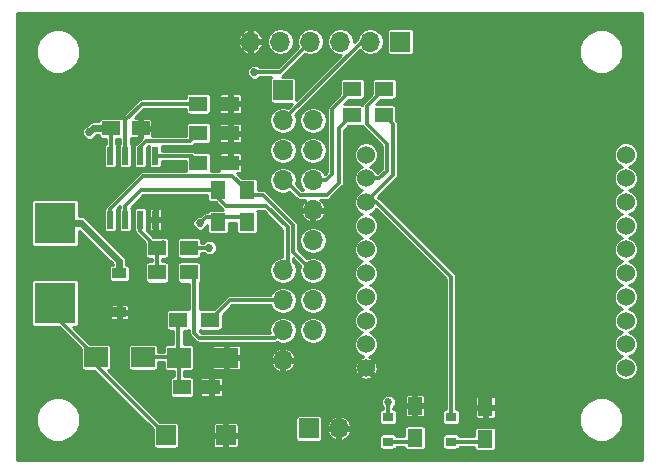
<source format=gtl>
G04 #@! TF.FileFunction,Copper,L1,Top,Signal*
%FSLAX46Y46*%
G04 Gerber Fmt 4.6, Leading zero omitted, Abs format (unit mm)*
G04 Created by KiCad (PCBNEW 4.0.7-e2-6376~58~ubuntu14.04.1) date Sun Jul  1 13:34:02 2018*
%MOMM*%
%LPD*%
G01*
G04 APERTURE LIST*
%ADD10C,0.076200*%
%ADD11C,1.524000*%
%ADD12R,1.700000X1.700000*%
%ADD13O,1.700000X1.700000*%
%ADD14R,3.500000X3.500000*%
%ADD15R,0.600000X1.550000*%
%ADD16R,1.200000X0.900000*%
%ADD17R,1.500000X1.250000*%
%ADD18R,1.500000X1.300000*%
%ADD19R,1.300000X1.500000*%
%ADD20R,2.000000X1.700000*%
%ADD21R,0.900000X0.800000*%
%ADD22C,0.685800*%
%ADD23C,0.304800*%
%ADD24C,0.609600*%
%ADD25C,0.152400*%
%ADD26C,0.254000*%
G04 APERTURE END LIST*
D10*
D11*
X137337800Y-76327000D03*
X137337800Y-78333600D03*
X137337800Y-80340200D03*
X137337800Y-82346800D03*
X137337800Y-84353400D03*
X137337800Y-86360000D03*
X137337800Y-88366600D03*
X137337800Y-90373200D03*
X137337800Y-92379800D03*
X137337800Y-94386400D03*
X159334200Y-94386400D03*
X159334200Y-92379800D03*
X159334200Y-90373200D03*
X159334200Y-88366600D03*
X159334200Y-86360000D03*
X159334200Y-84353400D03*
X159334200Y-82346800D03*
X159334200Y-80340200D03*
X159334200Y-78333600D03*
X159334200Y-76327000D03*
D12*
X132500000Y-99500000D03*
D13*
X135040000Y-99500000D03*
D14*
X111000000Y-88900000D03*
X111000000Y-82100000D03*
D15*
X115697000Y-81821000D03*
X116967000Y-81821000D03*
X118237000Y-81821000D03*
X119507000Y-81821000D03*
X119507000Y-76421000D03*
X118237000Y-76421000D03*
X116967000Y-76421000D03*
X115697000Y-76421000D03*
D12*
X120396000Y-100076000D03*
X125476000Y-100076000D03*
D16*
X116459000Y-86361000D03*
X116459000Y-89661000D03*
D12*
X140250000Y-66750000D03*
D13*
X137710000Y-66750000D03*
X135170000Y-66750000D03*
X132630000Y-66750000D03*
X130090000Y-66750000D03*
X127550000Y-66750000D03*
D17*
X115750000Y-74100000D03*
X118250000Y-74100000D03*
X121750000Y-96000000D03*
X124250000Y-96000000D03*
D18*
X136150000Y-73000000D03*
X138850000Y-73000000D03*
X122350000Y-86300000D03*
X119650000Y-86300000D03*
D19*
X124790000Y-79340000D03*
X124790000Y-82040000D03*
D18*
X123150000Y-77000000D03*
X125850000Y-77000000D03*
X123150000Y-74500000D03*
X125850000Y-74500000D03*
X123150000Y-72000000D03*
X125850000Y-72000000D03*
X138891000Y-70739000D03*
X136191000Y-70739000D03*
D19*
X127240000Y-79340000D03*
X127240000Y-82040000D03*
D18*
X122350000Y-84200000D03*
X119650000Y-84200000D03*
D20*
X114459000Y-93472000D03*
X118459000Y-93472000D03*
X121500000Y-93500000D03*
X125500000Y-93500000D03*
D18*
X121459000Y-90297000D03*
X124159000Y-90297000D03*
D21*
X139192000Y-100618000D03*
X139192000Y-98518000D03*
X144526000Y-100618000D03*
X144526000Y-98518000D03*
D19*
X141478000Y-97583000D03*
X141478000Y-100283000D03*
X147447000Y-97710000D03*
X147447000Y-100410000D03*
D12*
X130302000Y-70866000D03*
D13*
X130302000Y-73406000D03*
X132842000Y-73406000D03*
X130302000Y-75946000D03*
X132842000Y-75946000D03*
X130302000Y-78486000D03*
X132842000Y-78486000D03*
X132842000Y-81026000D03*
X132842000Y-83566000D03*
X130302000Y-86106000D03*
X132842000Y-86106000D03*
X130302000Y-88646000D03*
X132842000Y-88646000D03*
X130302000Y-91186000D03*
X132842000Y-91186000D03*
X130302000Y-93726000D03*
D22*
X113919000Y-74422000D03*
X124079000Y-84201000D03*
X123260000Y-82130000D03*
X139231000Y-97257000D03*
X127889000Y-69342000D03*
D23*
X130302000Y-88646000D02*
X125810000Y-88646000D01*
X125810000Y-88646000D02*
X124159000Y-90297000D01*
D24*
X115750000Y-74100000D02*
X114241000Y-74100000D01*
X114241000Y-74100000D02*
X113919000Y-74422000D01*
D23*
X115750000Y-74100000D02*
X115750000Y-76368000D01*
X115750000Y-76368000D02*
X115697000Y-76421000D01*
X122350000Y-84200000D02*
X124078000Y-84200000D01*
X124078000Y-84200000D02*
X124079000Y-84201000D01*
X124790000Y-81640000D02*
X123750000Y-81640000D01*
X123750000Y-81640000D02*
X123260000Y-82130000D01*
X127240000Y-81640000D02*
X124790000Y-81640000D01*
X121950000Y-84200000D02*
X122900000Y-84200000D01*
X137710000Y-66750000D02*
X136958000Y-66750000D01*
X136958000Y-66750000D02*
X130302000Y-73406000D01*
X130302000Y-78486000D02*
X130493000Y-78486000D01*
X130493000Y-78486000D02*
X131738000Y-79731000D01*
X135040000Y-74110000D02*
X136150000Y-73000000D01*
X135040000Y-78715000D02*
X135040000Y-74110000D01*
X134024000Y-79731000D02*
X135040000Y-78715000D01*
X131738000Y-79731000D02*
X134024000Y-79731000D01*
X130302000Y-78486000D02*
X130429000Y-78486000D01*
D25*
X130340000Y-78830000D02*
X130340000Y-78640000D01*
D23*
X132842000Y-78486000D02*
X133985000Y-78486000D01*
X134493000Y-72437000D02*
X136191000Y-70739000D01*
X134493000Y-77978000D02*
X134493000Y-72437000D01*
X133985000Y-78486000D02*
X134493000Y-77978000D01*
X115697000Y-81821000D02*
X115697000Y-80899000D01*
X126005000Y-78105000D02*
X127240000Y-79340000D01*
X118491000Y-78105000D02*
X126005000Y-78105000D01*
X115697000Y-80899000D02*
X118491000Y-78105000D01*
X131150000Y-84530000D02*
X132880000Y-86260000D01*
X131150000Y-82300000D02*
X131150000Y-84530000D01*
X128590000Y-79740000D02*
X131150000Y-82300000D01*
X127240000Y-79740000D02*
X128590000Y-79740000D01*
D25*
X127240000Y-79740000D02*
X127240000Y-79530000D01*
D23*
X122809000Y-86759000D02*
X122809000Y-91440000D01*
X122809000Y-91440000D02*
X123190000Y-91821000D01*
X123190000Y-91821000D02*
X129667000Y-91821000D01*
X129667000Y-91821000D02*
X130302000Y-91186000D01*
X122350000Y-86300000D02*
X122809000Y-86759000D01*
X139192000Y-97296000D02*
X139192000Y-98518000D01*
X139231000Y-97257000D02*
X139192000Y-97296000D01*
X138891000Y-70739000D02*
X137453000Y-72177000D01*
X138469400Y-78333600D02*
X137337800Y-78333600D01*
X139104000Y-77699000D02*
X138469400Y-78333600D01*
X139104000Y-75413000D02*
X139104000Y-77699000D01*
X137453000Y-73762000D02*
X139104000Y-75413000D01*
X137453000Y-72177000D02*
X137453000Y-73762000D01*
X138891000Y-70739000D02*
X139446000Y-70739000D01*
X138891000Y-70739000D02*
X139319000Y-70739000D01*
X137337800Y-80340200D02*
X138189200Y-80340200D01*
X144526000Y-86677000D02*
X144526000Y-98518000D01*
X138189200Y-80340200D02*
X144526000Y-86677000D01*
X138850000Y-73000000D02*
X139612000Y-73762000D01*
X139612000Y-78066000D02*
X137337800Y-80340200D01*
X139612000Y-73762000D02*
X139612000Y-78066000D01*
X114459000Y-93472000D02*
X114459000Y-94139000D01*
X114459000Y-94139000D02*
X120396000Y-100076000D01*
X111000000Y-88900000D02*
X111000000Y-90013000D01*
X111000000Y-90013000D02*
X114459000Y-93472000D01*
D24*
X111000000Y-88900000D02*
X111000000Y-89000000D01*
D23*
X118237000Y-81821000D02*
X118237000Y-82787000D01*
X118237000Y-82787000D02*
X119650000Y-84200000D01*
X119650000Y-84200000D02*
X119650000Y-86300000D01*
X120135000Y-83715000D02*
X119650000Y-84200000D01*
X119507000Y-76421000D02*
X122571000Y-76421000D01*
X122571000Y-76421000D02*
X123150000Y-77000000D01*
X118237000Y-76421000D02*
X118237000Y-75692000D01*
X118237000Y-75692000D02*
X118745000Y-75184000D01*
X118745000Y-75184000D02*
X122466000Y-75184000D01*
X122466000Y-75184000D02*
X123150000Y-74500000D01*
X116967000Y-76421000D02*
X116967000Y-73406000D01*
X118373000Y-72000000D02*
X123150000Y-72000000D01*
X116967000Y-73406000D02*
X118373000Y-72000000D01*
X122750000Y-72000000D02*
X123550000Y-72000000D01*
X130038000Y-69342000D02*
X132630000Y-66750000D01*
X127889000Y-69342000D02*
X130038000Y-69342000D01*
D24*
X111000000Y-82100000D02*
X113215000Y-82100000D01*
X116459000Y-85344000D02*
X116459000Y-86361000D01*
X113215000Y-82100000D02*
X116459000Y-85344000D01*
X111000000Y-82100000D02*
X112100000Y-82100000D01*
D23*
X121500000Y-93500000D02*
X121500000Y-95750000D01*
X121500000Y-95750000D02*
X121750000Y-96000000D01*
X118459000Y-93472000D02*
X121472000Y-93472000D01*
X121472000Y-93472000D02*
X121500000Y-93500000D01*
X121459000Y-90297000D02*
X121459000Y-93459000D01*
X122080000Y-93470000D02*
X122050000Y-93500000D01*
X139192000Y-100618000D02*
X141143000Y-100618000D01*
X141143000Y-100618000D02*
X141478000Y-100283000D01*
X144526000Y-100618000D02*
X147239000Y-100618000D01*
X147239000Y-100618000D02*
X147447000Y-100410000D01*
X116967000Y-81821000D02*
X116967000Y-80645000D01*
X118272000Y-79340000D02*
X124790000Y-79340000D01*
X116967000Y-80645000D02*
X118272000Y-79340000D01*
X124790000Y-79340000D02*
X124790000Y-79959000D01*
X124790000Y-79959000D02*
X125476000Y-80645000D01*
X130692798Y-82489380D02*
X130692798Y-85715202D01*
X128848418Y-80645000D02*
X130692798Y-82489380D01*
X125476000Y-80645000D02*
X128848418Y-80645000D01*
X130692798Y-85715202D02*
X130302000Y-86106000D01*
X124790000Y-79740000D02*
X125010000Y-79740000D01*
D25*
X124790000Y-79740000D02*
X125280000Y-79740000D01*
X124790000Y-79740000D02*
X124750000Y-79700000D01*
D26*
G36*
X160696400Y-102196400D02*
X107803600Y-102196400D01*
X107803600Y-99122196D01*
X109372274Y-99122196D01*
X109657793Y-99813204D01*
X110186015Y-100342349D01*
X110876524Y-100629073D01*
X111624196Y-100629726D01*
X112315204Y-100344207D01*
X112844349Y-99815985D01*
X113131073Y-99125476D01*
X113131726Y-98377804D01*
X112846207Y-97686796D01*
X112317985Y-97157651D01*
X111627476Y-96870927D01*
X110879804Y-96870274D01*
X110188796Y-97155793D01*
X109659651Y-97684015D01*
X109372927Y-98374524D01*
X109372274Y-99122196D01*
X107803600Y-99122196D01*
X107803600Y-87150000D01*
X108965127Y-87150000D01*
X108965127Y-90650000D01*
X108984609Y-90753539D01*
X109045801Y-90848634D01*
X109139168Y-90912429D01*
X109250000Y-90934873D01*
X111311215Y-90934873D01*
X113174127Y-92797785D01*
X113174127Y-94322000D01*
X113193609Y-94425539D01*
X113254801Y-94520634D01*
X113348168Y-94584429D01*
X113459000Y-94606873D01*
X114316215Y-94606873D01*
X119261127Y-99551785D01*
X119261127Y-100926000D01*
X119280609Y-101029539D01*
X119341801Y-101124634D01*
X119435168Y-101188429D01*
X119546000Y-101210873D01*
X121246000Y-101210873D01*
X121349539Y-101191391D01*
X121444634Y-101130199D01*
X121508429Y-101036832D01*
X121530873Y-100926000D01*
X121530873Y-100260150D01*
X124397400Y-100260150D01*
X124397400Y-100971472D01*
X124432203Y-101055492D01*
X124496509Y-101119798D01*
X124580529Y-101154600D01*
X125291850Y-101154600D01*
X125349000Y-101097450D01*
X125349000Y-100203000D01*
X125603000Y-100203000D01*
X125603000Y-101097450D01*
X125660150Y-101154600D01*
X126371471Y-101154600D01*
X126455491Y-101119798D01*
X126519797Y-101055492D01*
X126554600Y-100971472D01*
X126554600Y-100260150D01*
X126497450Y-100203000D01*
X125603000Y-100203000D01*
X125349000Y-100203000D01*
X124454550Y-100203000D01*
X124397400Y-100260150D01*
X121530873Y-100260150D01*
X121530873Y-99226000D01*
X121522317Y-99180528D01*
X124397400Y-99180528D01*
X124397400Y-99891850D01*
X124454550Y-99949000D01*
X125349000Y-99949000D01*
X125349000Y-99054550D01*
X125603000Y-99054550D01*
X125603000Y-99949000D01*
X126497450Y-99949000D01*
X126554600Y-99891850D01*
X126554600Y-99180528D01*
X126519797Y-99096508D01*
X126455491Y-99032202D01*
X126371471Y-98997400D01*
X125660150Y-98997400D01*
X125603000Y-99054550D01*
X125349000Y-99054550D01*
X125291850Y-98997400D01*
X124580529Y-98997400D01*
X124496509Y-99032202D01*
X124432203Y-99096508D01*
X124397400Y-99180528D01*
X121522317Y-99180528D01*
X121511391Y-99122461D01*
X121450199Y-99027366D01*
X121356832Y-98963571D01*
X121246000Y-98941127D01*
X119871785Y-98941127D01*
X119580658Y-98650000D01*
X131365127Y-98650000D01*
X131365127Y-100350000D01*
X131384609Y-100453539D01*
X131445801Y-100548634D01*
X131539168Y-100612429D01*
X131650000Y-100634873D01*
X133350000Y-100634873D01*
X133453539Y-100615391D01*
X133548634Y-100554199D01*
X133612429Y-100460832D01*
X133634873Y-100350000D01*
X133634873Y-99792995D01*
X134001944Y-99792995D01*
X134193086Y-100167939D01*
X134513163Y-100441195D01*
X134747007Y-100538043D01*
X134913000Y-100513524D01*
X134913000Y-99627000D01*
X135167000Y-99627000D01*
X135167000Y-100513524D01*
X135332993Y-100538043D01*
X135566837Y-100441195D01*
X135828275Y-100218000D01*
X138457127Y-100218000D01*
X138457127Y-101018000D01*
X138476609Y-101121539D01*
X138537801Y-101216634D01*
X138631168Y-101280429D01*
X138742000Y-101302873D01*
X139642000Y-101302873D01*
X139745539Y-101283391D01*
X139840634Y-101222199D01*
X139904429Y-101128832D01*
X139920433Y-101049800D01*
X140546288Y-101049800D01*
X140562609Y-101136539D01*
X140623801Y-101231634D01*
X140717168Y-101295429D01*
X140828000Y-101317873D01*
X142128000Y-101317873D01*
X142231539Y-101298391D01*
X142326634Y-101237199D01*
X142390429Y-101143832D01*
X142412873Y-101033000D01*
X142412873Y-100218000D01*
X143791127Y-100218000D01*
X143791127Y-101018000D01*
X143810609Y-101121539D01*
X143871801Y-101216634D01*
X143965168Y-101280429D01*
X144076000Y-101302873D01*
X144976000Y-101302873D01*
X145079539Y-101283391D01*
X145174634Y-101222199D01*
X145238429Y-101128832D01*
X145254433Y-101049800D01*
X146512127Y-101049800D01*
X146512127Y-101160000D01*
X146531609Y-101263539D01*
X146592801Y-101358634D01*
X146686168Y-101422429D01*
X146797000Y-101444873D01*
X148097000Y-101444873D01*
X148200539Y-101425391D01*
X148295634Y-101364199D01*
X148359429Y-101270832D01*
X148381873Y-101160000D01*
X148381873Y-99660000D01*
X148362391Y-99556461D01*
X148301199Y-99461366D01*
X148207832Y-99397571D01*
X148097000Y-99375127D01*
X146797000Y-99375127D01*
X146693461Y-99394609D01*
X146598366Y-99455801D01*
X146534571Y-99549168D01*
X146512127Y-99660000D01*
X146512127Y-100186200D01*
X145254889Y-100186200D01*
X145241391Y-100114461D01*
X145180199Y-100019366D01*
X145086832Y-99955571D01*
X144976000Y-99933127D01*
X144076000Y-99933127D01*
X143972461Y-99952609D01*
X143877366Y-100013801D01*
X143813571Y-100107168D01*
X143791127Y-100218000D01*
X142412873Y-100218000D01*
X142412873Y-99533000D01*
X142393391Y-99429461D01*
X142332199Y-99334366D01*
X142238832Y-99270571D01*
X142128000Y-99248127D01*
X140828000Y-99248127D01*
X140724461Y-99267609D01*
X140629366Y-99328801D01*
X140565571Y-99422168D01*
X140543127Y-99533000D01*
X140543127Y-100186200D01*
X139920889Y-100186200D01*
X139907391Y-100114461D01*
X139846199Y-100019366D01*
X139752832Y-99955571D01*
X139642000Y-99933127D01*
X138742000Y-99933127D01*
X138638461Y-99952609D01*
X138543366Y-100013801D01*
X138479571Y-100107168D01*
X138457127Y-100218000D01*
X135828275Y-100218000D01*
X135886914Y-100167939D01*
X136078056Y-99792995D01*
X136053960Y-99627000D01*
X135167000Y-99627000D01*
X134913000Y-99627000D01*
X134026040Y-99627000D01*
X134001944Y-99792995D01*
X133634873Y-99792995D01*
X133634873Y-99207005D01*
X134001944Y-99207005D01*
X134026040Y-99373000D01*
X134913000Y-99373000D01*
X134913000Y-98486476D01*
X135167000Y-98486476D01*
X135167000Y-99373000D01*
X136053960Y-99373000D01*
X136078056Y-99207005D01*
X135886914Y-98832061D01*
X135566837Y-98558805D01*
X135332993Y-98461957D01*
X135167000Y-98486476D01*
X134913000Y-98486476D01*
X134747007Y-98461957D01*
X134513163Y-98558805D01*
X134193086Y-98832061D01*
X134001944Y-99207005D01*
X133634873Y-99207005D01*
X133634873Y-98650000D01*
X133615391Y-98546461D01*
X133554199Y-98451366D01*
X133460832Y-98387571D01*
X133350000Y-98365127D01*
X131650000Y-98365127D01*
X131546461Y-98384609D01*
X131451366Y-98445801D01*
X131387571Y-98539168D01*
X131365127Y-98650000D01*
X119580658Y-98650000D01*
X119048658Y-98118000D01*
X138457127Y-98118000D01*
X138457127Y-98918000D01*
X138476609Y-99021539D01*
X138537801Y-99116634D01*
X138631168Y-99180429D01*
X138742000Y-99202873D01*
X139642000Y-99202873D01*
X139745539Y-99183391D01*
X139840634Y-99122199D01*
X139904429Y-99028832D01*
X139926873Y-98918000D01*
X139926873Y-98118000D01*
X139907391Y-98014461D01*
X139846199Y-97919366D01*
X139752832Y-97855571D01*
X139642000Y-97833127D01*
X139623800Y-97833127D01*
X139623800Y-97767150D01*
X140599400Y-97767150D01*
X140599400Y-98378471D01*
X140634202Y-98462491D01*
X140698508Y-98526797D01*
X140782528Y-98561600D01*
X141293850Y-98561600D01*
X141351000Y-98504450D01*
X141351000Y-97710000D01*
X141605000Y-97710000D01*
X141605000Y-98504450D01*
X141662150Y-98561600D01*
X142173472Y-98561600D01*
X142257492Y-98526797D01*
X142321798Y-98462491D01*
X142356600Y-98378471D01*
X142356600Y-97767150D01*
X142299450Y-97710000D01*
X141605000Y-97710000D01*
X141351000Y-97710000D01*
X140656550Y-97710000D01*
X140599400Y-97767150D01*
X139623800Y-97767150D01*
X139623800Y-97744183D01*
X139758253Y-97609965D01*
X139853192Y-97381326D01*
X139853408Y-97133760D01*
X139758868Y-96904956D01*
X139641647Y-96787529D01*
X140599400Y-96787529D01*
X140599400Y-97398850D01*
X140656550Y-97456000D01*
X141351000Y-97456000D01*
X141351000Y-96661550D01*
X141605000Y-96661550D01*
X141605000Y-97456000D01*
X142299450Y-97456000D01*
X142356600Y-97398850D01*
X142356600Y-96787529D01*
X142321798Y-96703509D01*
X142257492Y-96639203D01*
X142173472Y-96604400D01*
X141662150Y-96604400D01*
X141605000Y-96661550D01*
X141351000Y-96661550D01*
X141293850Y-96604400D01*
X140782528Y-96604400D01*
X140698508Y-96639203D01*
X140634202Y-96703509D01*
X140599400Y-96787529D01*
X139641647Y-96787529D01*
X139583965Y-96729747D01*
X139355326Y-96634808D01*
X139107760Y-96634592D01*
X138878956Y-96729132D01*
X138703747Y-96904035D01*
X138608808Y-97132674D01*
X138608592Y-97380240D01*
X138703132Y-97609044D01*
X138760200Y-97666212D01*
X138760200Y-97833127D01*
X138742000Y-97833127D01*
X138638461Y-97852609D01*
X138543366Y-97913801D01*
X138479571Y-98007168D01*
X138457127Y-98118000D01*
X119048658Y-98118000D01*
X115525095Y-94594437D01*
X115562539Y-94587391D01*
X115657634Y-94526199D01*
X115721429Y-94432832D01*
X115743873Y-94322000D01*
X115743873Y-92622000D01*
X117174127Y-92622000D01*
X117174127Y-94322000D01*
X117193609Y-94425539D01*
X117254801Y-94520634D01*
X117348168Y-94584429D01*
X117459000Y-94606873D01*
X119459000Y-94606873D01*
X119562539Y-94587391D01*
X119657634Y-94526199D01*
X119721429Y-94432832D01*
X119743873Y-94322000D01*
X119743873Y-93903800D01*
X120215127Y-93903800D01*
X120215127Y-94350000D01*
X120234609Y-94453539D01*
X120295801Y-94548634D01*
X120389168Y-94612429D01*
X120500000Y-94634873D01*
X121068200Y-94634873D01*
X121068200Y-95090127D01*
X121000000Y-95090127D01*
X120896461Y-95109609D01*
X120801366Y-95170801D01*
X120737571Y-95264168D01*
X120715127Y-95375000D01*
X120715127Y-96625000D01*
X120734609Y-96728539D01*
X120795801Y-96823634D01*
X120889168Y-96887429D01*
X121000000Y-96909873D01*
X122500000Y-96909873D01*
X122603539Y-96890391D01*
X122698634Y-96829199D01*
X122762429Y-96735832D01*
X122784873Y-96625000D01*
X122784873Y-96184150D01*
X123271400Y-96184150D01*
X123271400Y-96670472D01*
X123306203Y-96754492D01*
X123370509Y-96818798D01*
X123454529Y-96853600D01*
X124065850Y-96853600D01*
X124123000Y-96796450D01*
X124123000Y-96127000D01*
X124377000Y-96127000D01*
X124377000Y-96796450D01*
X124434150Y-96853600D01*
X125045471Y-96853600D01*
X125129491Y-96818798D01*
X125193797Y-96754492D01*
X125228600Y-96670472D01*
X125228600Y-96184150D01*
X125171450Y-96127000D01*
X124377000Y-96127000D01*
X124123000Y-96127000D01*
X123328550Y-96127000D01*
X123271400Y-96184150D01*
X122784873Y-96184150D01*
X122784873Y-95375000D01*
X122776317Y-95329528D01*
X123271400Y-95329528D01*
X123271400Y-95815850D01*
X123328550Y-95873000D01*
X124123000Y-95873000D01*
X124123000Y-95203550D01*
X124377000Y-95203550D01*
X124377000Y-95873000D01*
X125171450Y-95873000D01*
X125228600Y-95815850D01*
X125228600Y-95329528D01*
X125193797Y-95245508D01*
X125129491Y-95181202D01*
X125045471Y-95146400D01*
X124434150Y-95146400D01*
X124377000Y-95203550D01*
X124123000Y-95203550D01*
X124065850Y-95146400D01*
X123454529Y-95146400D01*
X123370509Y-95181202D01*
X123306203Y-95245508D01*
X123271400Y-95329528D01*
X122776317Y-95329528D01*
X122765391Y-95271461D01*
X122704199Y-95176366D01*
X122656776Y-95143963D01*
X136759842Y-95143963D01*
X136851589Y-95271676D01*
X137227380Y-95390354D01*
X137619982Y-95356188D01*
X137824011Y-95271676D01*
X137915758Y-95143963D01*
X137337800Y-94566005D01*
X136759842Y-95143963D01*
X122656776Y-95143963D01*
X122610832Y-95112571D01*
X122500000Y-95090127D01*
X121931800Y-95090127D01*
X121931800Y-94634873D01*
X122500000Y-94634873D01*
X122603539Y-94615391D01*
X122698634Y-94554199D01*
X122762429Y-94460832D01*
X122784873Y-94350000D01*
X122784873Y-93684150D01*
X124271400Y-93684150D01*
X124271400Y-94395472D01*
X124306203Y-94479492D01*
X124370509Y-94543798D01*
X124454529Y-94578600D01*
X125315850Y-94578600D01*
X125373000Y-94521450D01*
X125373000Y-93627000D01*
X125627000Y-93627000D01*
X125627000Y-94521450D01*
X125684150Y-94578600D01*
X126545471Y-94578600D01*
X126629491Y-94543798D01*
X126693797Y-94479492D01*
X126728600Y-94395472D01*
X126728600Y-94018993D01*
X129263957Y-94018993D01*
X129360805Y-94252837D01*
X129634061Y-94572914D01*
X130009005Y-94764056D01*
X130175000Y-94739960D01*
X130175000Y-93853000D01*
X130429000Y-93853000D01*
X130429000Y-94739960D01*
X130594995Y-94764056D01*
X130969939Y-94572914D01*
X131223437Y-94275980D01*
X136333846Y-94275980D01*
X136368012Y-94668582D01*
X136452524Y-94872611D01*
X136580237Y-94964358D01*
X137158195Y-94386400D01*
X137517405Y-94386400D01*
X138095363Y-94964358D01*
X138223076Y-94872611D01*
X138341754Y-94496820D01*
X138307588Y-94104218D01*
X138223076Y-93900189D01*
X138095363Y-93808442D01*
X137517405Y-94386400D01*
X137158195Y-94386400D01*
X136580237Y-93808442D01*
X136452524Y-93900189D01*
X136333846Y-94275980D01*
X131223437Y-94275980D01*
X131243195Y-94252837D01*
X131340043Y-94018993D01*
X131315524Y-93853000D01*
X130429000Y-93853000D01*
X130175000Y-93853000D01*
X129288476Y-93853000D01*
X129263957Y-94018993D01*
X126728600Y-94018993D01*
X126728600Y-93684150D01*
X126671450Y-93627000D01*
X125627000Y-93627000D01*
X125373000Y-93627000D01*
X124328550Y-93627000D01*
X124271400Y-93684150D01*
X122784873Y-93684150D01*
X122784873Y-93433007D01*
X129263957Y-93433007D01*
X129288476Y-93599000D01*
X130175000Y-93599000D01*
X130175000Y-92712040D01*
X130429000Y-92712040D01*
X130429000Y-93599000D01*
X131315524Y-93599000D01*
X131340043Y-93433007D01*
X131243195Y-93199163D01*
X130969939Y-92879086D01*
X130594995Y-92687944D01*
X130429000Y-92712040D01*
X130175000Y-92712040D01*
X130009005Y-92687944D01*
X129634061Y-92879086D01*
X129360805Y-93199163D01*
X129263957Y-93433007D01*
X122784873Y-93433007D01*
X122784873Y-92650000D01*
X122776317Y-92604528D01*
X124271400Y-92604528D01*
X124271400Y-93315850D01*
X124328550Y-93373000D01*
X125373000Y-93373000D01*
X125373000Y-92478550D01*
X125627000Y-92478550D01*
X125627000Y-93373000D01*
X126671450Y-93373000D01*
X126728600Y-93315850D01*
X126728600Y-92604528D01*
X126693797Y-92520508D01*
X126629491Y-92456202D01*
X126545471Y-92421400D01*
X125684150Y-92421400D01*
X125627000Y-92478550D01*
X125373000Y-92478550D01*
X125315850Y-92421400D01*
X124454529Y-92421400D01*
X124370509Y-92456202D01*
X124306203Y-92520508D01*
X124271400Y-92604528D01*
X122776317Y-92604528D01*
X122765391Y-92546461D01*
X122704199Y-92451366D01*
X122610832Y-92387571D01*
X122500000Y-92365127D01*
X121890800Y-92365127D01*
X121890800Y-91231873D01*
X122209000Y-91231873D01*
X122312539Y-91212391D01*
X122377200Y-91170783D01*
X122377200Y-91440000D01*
X122410069Y-91605243D01*
X122443822Y-91655758D01*
X122503671Y-91745329D01*
X122884669Y-92126326D01*
X122884671Y-92126329D01*
X123024757Y-92219931D01*
X123190000Y-92252800D01*
X129667000Y-92252800D01*
X129832243Y-92219931D01*
X129832849Y-92219526D01*
X129847671Y-92229430D01*
X130279874Y-92315400D01*
X130324126Y-92315400D01*
X130756329Y-92229430D01*
X131122732Y-91984606D01*
X131367556Y-91618203D01*
X131453526Y-91186000D01*
X131690474Y-91186000D01*
X131776444Y-91618203D01*
X132021268Y-91984606D01*
X132387671Y-92229430D01*
X132819874Y-92315400D01*
X132864126Y-92315400D01*
X133296329Y-92229430D01*
X133662732Y-91984606D01*
X133907556Y-91618203D01*
X133993526Y-91186000D01*
X133907556Y-90753797D01*
X133662732Y-90387394D01*
X133296329Y-90142570D01*
X132864126Y-90056600D01*
X132819874Y-90056600D01*
X132387671Y-90142570D01*
X132021268Y-90387394D01*
X131776444Y-90753797D01*
X131690474Y-91186000D01*
X131453526Y-91186000D01*
X131367556Y-90753797D01*
X131122732Y-90387394D01*
X130756329Y-90142570D01*
X130324126Y-90056600D01*
X130279874Y-90056600D01*
X129847671Y-90142570D01*
X129481268Y-90387394D01*
X129236444Y-90753797D01*
X129150474Y-91186000D01*
X129190893Y-91389200D01*
X123368857Y-91389200D01*
X123240800Y-91261142D01*
X123240800Y-91170231D01*
X123298168Y-91209429D01*
X123409000Y-91231873D01*
X124909000Y-91231873D01*
X125012539Y-91212391D01*
X125107634Y-91151199D01*
X125171429Y-91057832D01*
X125193873Y-90947000D01*
X125193873Y-89872785D01*
X125988857Y-89077800D01*
X129236364Y-89077800D01*
X129236444Y-89078203D01*
X129481268Y-89444606D01*
X129847671Y-89689430D01*
X130279874Y-89775400D01*
X130324126Y-89775400D01*
X130756329Y-89689430D01*
X131122732Y-89444606D01*
X131367556Y-89078203D01*
X131453526Y-88646000D01*
X131690474Y-88646000D01*
X131776444Y-89078203D01*
X132021268Y-89444606D01*
X132387671Y-89689430D01*
X132819874Y-89775400D01*
X132864126Y-89775400D01*
X133296329Y-89689430D01*
X133662732Y-89444606D01*
X133907556Y-89078203D01*
X133993526Y-88646000D01*
X133907556Y-88213797D01*
X133662732Y-87847394D01*
X133296329Y-87602570D01*
X132864126Y-87516600D01*
X132819874Y-87516600D01*
X132387671Y-87602570D01*
X132021268Y-87847394D01*
X131776444Y-88213797D01*
X131690474Y-88646000D01*
X131453526Y-88646000D01*
X131367556Y-88213797D01*
X131122732Y-87847394D01*
X130756329Y-87602570D01*
X130324126Y-87516600D01*
X130279874Y-87516600D01*
X129847671Y-87602570D01*
X129481268Y-87847394D01*
X129236444Y-88213797D01*
X129236364Y-88214200D01*
X125810005Y-88214200D01*
X125810000Y-88214199D01*
X125644758Y-88247068D01*
X125644756Y-88247069D01*
X125644757Y-88247069D01*
X125504671Y-88340671D01*
X125504669Y-88340674D01*
X124483215Y-89362127D01*
X123409000Y-89362127D01*
X123305461Y-89381609D01*
X123240800Y-89423217D01*
X123240800Y-87191414D01*
X123298634Y-87154199D01*
X123362429Y-87060832D01*
X123384873Y-86950000D01*
X123384873Y-85650000D01*
X123365391Y-85546461D01*
X123304199Y-85451366D01*
X123210832Y-85387571D01*
X123100000Y-85365127D01*
X121600000Y-85365127D01*
X121496461Y-85384609D01*
X121401366Y-85445801D01*
X121337571Y-85539168D01*
X121315127Y-85650000D01*
X121315127Y-86950000D01*
X121334609Y-87053539D01*
X121395801Y-87148634D01*
X121489168Y-87212429D01*
X121600000Y-87234873D01*
X122377200Y-87234873D01*
X122377200Y-89423769D01*
X122319832Y-89384571D01*
X122209000Y-89362127D01*
X120709000Y-89362127D01*
X120605461Y-89381609D01*
X120510366Y-89442801D01*
X120446571Y-89536168D01*
X120424127Y-89647000D01*
X120424127Y-90947000D01*
X120443609Y-91050539D01*
X120504801Y-91145634D01*
X120598168Y-91209429D01*
X120709000Y-91231873D01*
X121027200Y-91231873D01*
X121027200Y-92365127D01*
X120500000Y-92365127D01*
X120396461Y-92384609D01*
X120301366Y-92445801D01*
X120237571Y-92539168D01*
X120215127Y-92650000D01*
X120215127Y-93040200D01*
X119743873Y-93040200D01*
X119743873Y-92622000D01*
X119724391Y-92518461D01*
X119663199Y-92423366D01*
X119569832Y-92359571D01*
X119459000Y-92337127D01*
X117459000Y-92337127D01*
X117355461Y-92356609D01*
X117260366Y-92417801D01*
X117196571Y-92511168D01*
X117174127Y-92622000D01*
X115743873Y-92622000D01*
X115724391Y-92518461D01*
X115663199Y-92423366D01*
X115569832Y-92359571D01*
X115459000Y-92337127D01*
X113934785Y-92337127D01*
X112532531Y-90934873D01*
X112750000Y-90934873D01*
X112853539Y-90915391D01*
X112948634Y-90854199D01*
X113012429Y-90760832D01*
X113034873Y-90650000D01*
X113034873Y-89845150D01*
X115630400Y-89845150D01*
X115630400Y-90156471D01*
X115665202Y-90240491D01*
X115729508Y-90304797D01*
X115813528Y-90339600D01*
X116274850Y-90339600D01*
X116332000Y-90282450D01*
X116332000Y-89788000D01*
X116586000Y-89788000D01*
X116586000Y-90282450D01*
X116643150Y-90339600D01*
X117104472Y-90339600D01*
X117188492Y-90304797D01*
X117252798Y-90240491D01*
X117287600Y-90156471D01*
X117287600Y-89845150D01*
X117230450Y-89788000D01*
X116586000Y-89788000D01*
X116332000Y-89788000D01*
X115687550Y-89788000D01*
X115630400Y-89845150D01*
X113034873Y-89845150D01*
X113034873Y-89165529D01*
X115630400Y-89165529D01*
X115630400Y-89476850D01*
X115687550Y-89534000D01*
X116332000Y-89534000D01*
X116332000Y-89039550D01*
X116586000Y-89039550D01*
X116586000Y-89534000D01*
X117230450Y-89534000D01*
X117287600Y-89476850D01*
X117287600Y-89165529D01*
X117252798Y-89081509D01*
X117188492Y-89017203D01*
X117104472Y-88982400D01*
X116643150Y-88982400D01*
X116586000Y-89039550D01*
X116332000Y-89039550D01*
X116274850Y-88982400D01*
X115813528Y-88982400D01*
X115729508Y-89017203D01*
X115665202Y-89081509D01*
X115630400Y-89165529D01*
X113034873Y-89165529D01*
X113034873Y-87150000D01*
X113015391Y-87046461D01*
X112954199Y-86951366D01*
X112860832Y-86887571D01*
X112750000Y-86865127D01*
X109250000Y-86865127D01*
X109146461Y-86884609D01*
X109051366Y-86945801D01*
X108987571Y-87039168D01*
X108965127Y-87150000D01*
X107803600Y-87150000D01*
X107803600Y-80350000D01*
X108965127Y-80350000D01*
X108965127Y-83850000D01*
X108984609Y-83953539D01*
X109045801Y-84048634D01*
X109139168Y-84112429D01*
X109250000Y-84134873D01*
X112750000Y-84134873D01*
X112853539Y-84115391D01*
X112948634Y-84054199D01*
X113012429Y-83960832D01*
X113034873Y-83850000D01*
X113034873Y-82746057D01*
X115874800Y-85585984D01*
X115874800Y-85626127D01*
X115859000Y-85626127D01*
X115755461Y-85645609D01*
X115660366Y-85706801D01*
X115596571Y-85800168D01*
X115574127Y-85911000D01*
X115574127Y-86811000D01*
X115593609Y-86914539D01*
X115654801Y-87009634D01*
X115748168Y-87073429D01*
X115859000Y-87095873D01*
X117059000Y-87095873D01*
X117162539Y-87076391D01*
X117257634Y-87015199D01*
X117321429Y-86921832D01*
X117343873Y-86811000D01*
X117343873Y-85911000D01*
X117324391Y-85807461D01*
X117263199Y-85712366D01*
X117169832Y-85648571D01*
X117059000Y-85626127D01*
X117043200Y-85626127D01*
X117043200Y-85344000D01*
X117001602Y-85134873D01*
X116998731Y-85120437D01*
X116872092Y-84930908D01*
X113628092Y-81686908D01*
X113557889Y-81640000D01*
X113438564Y-81560270D01*
X113215000Y-81515800D01*
X113034873Y-81515800D01*
X113034873Y-81046000D01*
X115112127Y-81046000D01*
X115112127Y-82596000D01*
X115131609Y-82699539D01*
X115192801Y-82794634D01*
X115286168Y-82858429D01*
X115397000Y-82880873D01*
X115997000Y-82880873D01*
X116100539Y-82861391D01*
X116195634Y-82800199D01*
X116259429Y-82706832D01*
X116281873Y-82596000D01*
X116281873Y-81046000D01*
X116262677Y-80943981D01*
X116535200Y-80671458D01*
X116535200Y-80798794D01*
X116468366Y-80841801D01*
X116404571Y-80935168D01*
X116382127Y-81046000D01*
X116382127Y-82596000D01*
X116401609Y-82699539D01*
X116462801Y-82794634D01*
X116556168Y-82858429D01*
X116667000Y-82880873D01*
X117267000Y-82880873D01*
X117370539Y-82861391D01*
X117465634Y-82800199D01*
X117529429Y-82706832D01*
X117551873Y-82596000D01*
X117551873Y-81046000D01*
X117652127Y-81046000D01*
X117652127Y-82596000D01*
X117671609Y-82699539D01*
X117732801Y-82794634D01*
X117818345Y-82853084D01*
X117838069Y-82952243D01*
X117862385Y-82988634D01*
X117931671Y-83092329D01*
X118615127Y-83775785D01*
X118615127Y-84850000D01*
X118634609Y-84953539D01*
X118695801Y-85048634D01*
X118789168Y-85112429D01*
X118900000Y-85134873D01*
X119218200Y-85134873D01*
X119218200Y-85365127D01*
X118900000Y-85365127D01*
X118796461Y-85384609D01*
X118701366Y-85445801D01*
X118637571Y-85539168D01*
X118615127Y-85650000D01*
X118615127Y-86950000D01*
X118634609Y-87053539D01*
X118695801Y-87148634D01*
X118789168Y-87212429D01*
X118900000Y-87234873D01*
X120400000Y-87234873D01*
X120503539Y-87215391D01*
X120598634Y-87154199D01*
X120662429Y-87060832D01*
X120684873Y-86950000D01*
X120684873Y-85650000D01*
X120665391Y-85546461D01*
X120604199Y-85451366D01*
X120510832Y-85387571D01*
X120400000Y-85365127D01*
X120081800Y-85365127D01*
X120081800Y-85134873D01*
X120400000Y-85134873D01*
X120503539Y-85115391D01*
X120598634Y-85054199D01*
X120662429Y-84960832D01*
X120684873Y-84850000D01*
X120684873Y-83550000D01*
X121315127Y-83550000D01*
X121315127Y-84850000D01*
X121334609Y-84953539D01*
X121395801Y-85048634D01*
X121489168Y-85112429D01*
X121600000Y-85134873D01*
X123100000Y-85134873D01*
X123203539Y-85115391D01*
X123298634Y-85054199D01*
X123362429Y-84960832D01*
X123384873Y-84850000D01*
X123384873Y-84631800D01*
X123629750Y-84631800D01*
X123726035Y-84728253D01*
X123954674Y-84823192D01*
X124202240Y-84823408D01*
X124431044Y-84728868D01*
X124606253Y-84553965D01*
X124701192Y-84325326D01*
X124701408Y-84077760D01*
X124606868Y-83848956D01*
X124431965Y-83673747D01*
X124203326Y-83578808D01*
X123955760Y-83578592D01*
X123726956Y-83673132D01*
X123631722Y-83768200D01*
X123384873Y-83768200D01*
X123384873Y-83550000D01*
X123365391Y-83446461D01*
X123304199Y-83351366D01*
X123210832Y-83287571D01*
X123100000Y-83265127D01*
X121600000Y-83265127D01*
X121496461Y-83284609D01*
X121401366Y-83345801D01*
X121337571Y-83439168D01*
X121315127Y-83550000D01*
X120684873Y-83550000D01*
X120665391Y-83446461D01*
X120604199Y-83351366D01*
X120510832Y-83287571D01*
X120400000Y-83265127D01*
X119325785Y-83265127D01*
X118786464Y-82725806D01*
X118799429Y-82706832D01*
X118821873Y-82596000D01*
X118821873Y-82005150D01*
X118978400Y-82005150D01*
X118978400Y-82641471D01*
X119013202Y-82725491D01*
X119077508Y-82789797D01*
X119161528Y-82824600D01*
X119322850Y-82824600D01*
X119380000Y-82767450D01*
X119380000Y-81948000D01*
X119634000Y-81948000D01*
X119634000Y-82767450D01*
X119691150Y-82824600D01*
X119852472Y-82824600D01*
X119936492Y-82789797D01*
X120000798Y-82725491D01*
X120035600Y-82641471D01*
X120035600Y-82005150D01*
X119978450Y-81948000D01*
X119634000Y-81948000D01*
X119380000Y-81948000D01*
X119035550Y-81948000D01*
X118978400Y-82005150D01*
X118821873Y-82005150D01*
X118821873Y-81046000D01*
X118813318Y-81000529D01*
X118978400Y-81000529D01*
X118978400Y-81636850D01*
X119035550Y-81694000D01*
X119380000Y-81694000D01*
X119380000Y-80874550D01*
X119634000Y-80874550D01*
X119634000Y-81694000D01*
X119978450Y-81694000D01*
X120035600Y-81636850D01*
X120035600Y-81000529D01*
X120000798Y-80916509D01*
X119936492Y-80852203D01*
X119852472Y-80817400D01*
X119691150Y-80817400D01*
X119634000Y-80874550D01*
X119380000Y-80874550D01*
X119322850Y-80817400D01*
X119161528Y-80817400D01*
X119077508Y-80852203D01*
X119013202Y-80916509D01*
X118978400Y-81000529D01*
X118813318Y-81000529D01*
X118802391Y-80942461D01*
X118741199Y-80847366D01*
X118647832Y-80783571D01*
X118537000Y-80761127D01*
X117937000Y-80761127D01*
X117833461Y-80780609D01*
X117738366Y-80841801D01*
X117674571Y-80935168D01*
X117652127Y-81046000D01*
X117551873Y-81046000D01*
X117532391Y-80942461D01*
X117471199Y-80847366D01*
X117414222Y-80808436D01*
X118450857Y-79771800D01*
X123855127Y-79771800D01*
X123855127Y-80090000D01*
X123874609Y-80193539D01*
X123935801Y-80288634D01*
X124029168Y-80352429D01*
X124140000Y-80374873D01*
X124595215Y-80374873D01*
X125170669Y-80950326D01*
X125170671Y-80950329D01*
X125252682Y-81005127D01*
X124140000Y-81005127D01*
X124036461Y-81024609D01*
X123941366Y-81085801D01*
X123877571Y-81179168D01*
X123871692Y-81208200D01*
X123750005Y-81208200D01*
X123750000Y-81208199D01*
X123584758Y-81241068D01*
X123584756Y-81241069D01*
X123584757Y-81241069D01*
X123444671Y-81334671D01*
X123444669Y-81334674D01*
X123271633Y-81507710D01*
X123136760Y-81507592D01*
X122907956Y-81602132D01*
X122732747Y-81777035D01*
X122637808Y-82005674D01*
X122637592Y-82253240D01*
X122732132Y-82482044D01*
X122907035Y-82657253D01*
X123135674Y-82752192D01*
X123383240Y-82752408D01*
X123612044Y-82657868D01*
X123787253Y-82482965D01*
X123855127Y-82319506D01*
X123855127Y-82790000D01*
X123874609Y-82893539D01*
X123935801Y-82988634D01*
X124029168Y-83052429D01*
X124140000Y-83074873D01*
X125440000Y-83074873D01*
X125543539Y-83055391D01*
X125638634Y-82994199D01*
X125702429Y-82900832D01*
X125724873Y-82790000D01*
X125724873Y-82071800D01*
X126305127Y-82071800D01*
X126305127Y-82790000D01*
X126324609Y-82893539D01*
X126385801Y-82988634D01*
X126479168Y-83052429D01*
X126590000Y-83074873D01*
X127890000Y-83074873D01*
X127993539Y-83055391D01*
X128088634Y-82994199D01*
X128152429Y-82900832D01*
X128174873Y-82790000D01*
X128174873Y-81290000D01*
X128155391Y-81186461D01*
X128094199Y-81091366D01*
X128072881Y-81076800D01*
X128669560Y-81076800D01*
X130260998Y-82668238D01*
X130260998Y-84980355D01*
X129847671Y-85062570D01*
X129481268Y-85307394D01*
X129236444Y-85673797D01*
X129150474Y-86106000D01*
X129236444Y-86538203D01*
X129481268Y-86904606D01*
X129847671Y-87149430D01*
X130279874Y-87235400D01*
X130324126Y-87235400D01*
X130756329Y-87149430D01*
X131122732Y-86904606D01*
X131367556Y-86538203D01*
X131453526Y-86106000D01*
X131367556Y-85673797D01*
X131124598Y-85310187D01*
X131124598Y-85115256D01*
X131760964Y-85751621D01*
X131690474Y-86106000D01*
X131776444Y-86538203D01*
X132021268Y-86904606D01*
X132387671Y-87149430D01*
X132819874Y-87235400D01*
X132864126Y-87235400D01*
X133296329Y-87149430D01*
X133662732Y-86904606D01*
X133907556Y-86538203D01*
X133993526Y-86106000D01*
X133907556Y-85673797D01*
X133662732Y-85307394D01*
X133296329Y-85062570D01*
X132864126Y-84976600D01*
X132819874Y-84976600D01*
X132387671Y-85062570D01*
X132331056Y-85100399D01*
X131581800Y-84351142D01*
X131581800Y-83566000D01*
X131690474Y-83566000D01*
X131776444Y-83998203D01*
X132021268Y-84364606D01*
X132387671Y-84609430D01*
X132819874Y-84695400D01*
X132864126Y-84695400D01*
X133296329Y-84609430D01*
X133662732Y-84364606D01*
X133907556Y-83998203D01*
X133993526Y-83566000D01*
X133907556Y-83133797D01*
X133662732Y-82767394D01*
X133296329Y-82522570D01*
X132864126Y-82436600D01*
X132819874Y-82436600D01*
X132387671Y-82522570D01*
X132021268Y-82767394D01*
X131776444Y-83133797D01*
X131690474Y-83566000D01*
X131581800Y-83566000D01*
X131581800Y-82300005D01*
X131581801Y-82300000D01*
X131548931Y-82134758D01*
X131548931Y-82134757D01*
X131455329Y-81994671D01*
X130779651Y-81318993D01*
X131803957Y-81318993D01*
X131900805Y-81552837D01*
X132174061Y-81872914D01*
X132549005Y-82064056D01*
X132715000Y-82039960D01*
X132715000Y-81153000D01*
X132969000Y-81153000D01*
X132969000Y-82039960D01*
X133134995Y-82064056D01*
X133509939Y-81872914D01*
X133783195Y-81552837D01*
X133880043Y-81318993D01*
X133855524Y-81153000D01*
X132969000Y-81153000D01*
X132715000Y-81153000D01*
X131828476Y-81153000D01*
X131803957Y-81318993D01*
X130779651Y-81318993D01*
X128895329Y-79434671D01*
X128860603Y-79411468D01*
X128755243Y-79341069D01*
X128590000Y-79308200D01*
X128174873Y-79308200D01*
X128174873Y-78590000D01*
X128155391Y-78486461D01*
X128155095Y-78486000D01*
X129150474Y-78486000D01*
X129236444Y-78918203D01*
X129481268Y-79284606D01*
X129847671Y-79529430D01*
X130279874Y-79615400D01*
X130324126Y-79615400D01*
X130756329Y-79529430D01*
X130857902Y-79461560D01*
X131432671Y-80036329D01*
X131572757Y-80129931D01*
X131738000Y-80162800D01*
X132206008Y-80162800D01*
X132174061Y-80179086D01*
X131900805Y-80499163D01*
X131803957Y-80733007D01*
X131828476Y-80899000D01*
X132715000Y-80899000D01*
X132715000Y-80879000D01*
X132969000Y-80879000D01*
X132969000Y-80899000D01*
X133855524Y-80899000D01*
X133880043Y-80733007D01*
X133783195Y-80499163D01*
X133509939Y-80179086D01*
X133477992Y-80162800D01*
X134024000Y-80162800D01*
X134189243Y-80129931D01*
X134329329Y-80036329D01*
X135345329Y-79020329D01*
X135438931Y-78880243D01*
X135471800Y-78715000D01*
X135471800Y-74288858D01*
X135825785Y-73934873D01*
X136900000Y-73934873D01*
X137003539Y-73915391D01*
X137046245Y-73887910D01*
X137054069Y-73927243D01*
X137084643Y-73973000D01*
X137147671Y-74067329D01*
X138672200Y-75591857D01*
X138672200Y-77520142D01*
X138290542Y-77901800D01*
X138286180Y-77901800D01*
X138221171Y-77744465D01*
X137928476Y-77451259D01*
X137636930Y-77330198D01*
X137926935Y-77210371D01*
X138220141Y-76917676D01*
X138379019Y-76535056D01*
X138379380Y-76120762D01*
X138221171Y-75737865D01*
X137928476Y-75444659D01*
X137545856Y-75285781D01*
X137131562Y-75285420D01*
X136748665Y-75443629D01*
X136455459Y-75736324D01*
X136296581Y-76118944D01*
X136296220Y-76533238D01*
X136454429Y-76916135D01*
X136747124Y-77209341D01*
X137038670Y-77330402D01*
X136748665Y-77450229D01*
X136455459Y-77742924D01*
X136296581Y-78125544D01*
X136296220Y-78539838D01*
X136454429Y-78922735D01*
X136747124Y-79215941D01*
X137038670Y-79337002D01*
X136748665Y-79456829D01*
X136455459Y-79749524D01*
X136296581Y-80132144D01*
X136296220Y-80546438D01*
X136454429Y-80929335D01*
X136747124Y-81222541D01*
X137038670Y-81343602D01*
X136748665Y-81463429D01*
X136455459Y-81756124D01*
X136296581Y-82138744D01*
X136296220Y-82553038D01*
X136454429Y-82935935D01*
X136747124Y-83229141D01*
X137038670Y-83350202D01*
X136748665Y-83470029D01*
X136455459Y-83762724D01*
X136296581Y-84145344D01*
X136296220Y-84559638D01*
X136454429Y-84942535D01*
X136747124Y-85235741D01*
X137038670Y-85356802D01*
X136748665Y-85476629D01*
X136455459Y-85769324D01*
X136296581Y-86151944D01*
X136296220Y-86566238D01*
X136454429Y-86949135D01*
X136747124Y-87242341D01*
X137038670Y-87363402D01*
X136748665Y-87483229D01*
X136455459Y-87775924D01*
X136296581Y-88158544D01*
X136296220Y-88572838D01*
X136454429Y-88955735D01*
X136747124Y-89248941D01*
X137038670Y-89370002D01*
X136748665Y-89489829D01*
X136455459Y-89782524D01*
X136296581Y-90165144D01*
X136296220Y-90579438D01*
X136454429Y-90962335D01*
X136747124Y-91255541D01*
X137038670Y-91376602D01*
X136748665Y-91496429D01*
X136455459Y-91789124D01*
X136296581Y-92171744D01*
X136296220Y-92586038D01*
X136454429Y-92968935D01*
X136747124Y-93262141D01*
X137108126Y-93412042D01*
X137055618Y-93416612D01*
X136851589Y-93501124D01*
X136759842Y-93628837D01*
X137337800Y-94206795D01*
X137915758Y-93628837D01*
X137824011Y-93501124D01*
X137555936Y-93416464D01*
X137926935Y-93263171D01*
X138220141Y-92970476D01*
X138379019Y-92587856D01*
X138379380Y-92173562D01*
X138221171Y-91790665D01*
X137928476Y-91497459D01*
X137636930Y-91376398D01*
X137926935Y-91256571D01*
X138220141Y-90963876D01*
X138379019Y-90581256D01*
X138379380Y-90166962D01*
X138221171Y-89784065D01*
X137928476Y-89490859D01*
X137636930Y-89369798D01*
X137926935Y-89249971D01*
X138220141Y-88957276D01*
X138379019Y-88574656D01*
X138379380Y-88160362D01*
X138221171Y-87777465D01*
X137928476Y-87484259D01*
X137636930Y-87363198D01*
X137926935Y-87243371D01*
X138220141Y-86950676D01*
X138379019Y-86568056D01*
X138379380Y-86153762D01*
X138221171Y-85770865D01*
X137928476Y-85477659D01*
X137636930Y-85356598D01*
X137926935Y-85236771D01*
X138220141Y-84944076D01*
X138379019Y-84561456D01*
X138379380Y-84147162D01*
X138221171Y-83764265D01*
X137928476Y-83471059D01*
X137636930Y-83349998D01*
X137926935Y-83230171D01*
X138220141Y-82937476D01*
X138379019Y-82554856D01*
X138379380Y-82140562D01*
X138221171Y-81757665D01*
X137928476Y-81464459D01*
X137636930Y-81343398D01*
X137926935Y-81223571D01*
X138194657Y-80956315D01*
X144094200Y-86855857D01*
X144094200Y-97833127D01*
X144076000Y-97833127D01*
X143972461Y-97852609D01*
X143877366Y-97913801D01*
X143813571Y-98007168D01*
X143791127Y-98118000D01*
X143791127Y-98918000D01*
X143810609Y-99021539D01*
X143871801Y-99116634D01*
X143965168Y-99180429D01*
X144076000Y-99202873D01*
X144976000Y-99202873D01*
X145079539Y-99183391D01*
X145174634Y-99122199D01*
X145174636Y-99122196D01*
X155370274Y-99122196D01*
X155655793Y-99813204D01*
X156184015Y-100342349D01*
X156874524Y-100629073D01*
X157622196Y-100629726D01*
X158313204Y-100344207D01*
X158842349Y-99815985D01*
X159129073Y-99125476D01*
X159129726Y-98377804D01*
X158844207Y-97686796D01*
X158315985Y-97157651D01*
X157625476Y-96870927D01*
X156877804Y-96870274D01*
X156186796Y-97155793D01*
X155657651Y-97684015D01*
X155370927Y-98374524D01*
X155370274Y-99122196D01*
X145174636Y-99122196D01*
X145238429Y-99028832D01*
X145260873Y-98918000D01*
X145260873Y-98118000D01*
X145241391Y-98014461D01*
X145180199Y-97919366D01*
X145143295Y-97894150D01*
X146568400Y-97894150D01*
X146568400Y-98505471D01*
X146603202Y-98589491D01*
X146667508Y-98653797D01*
X146751528Y-98688600D01*
X147262850Y-98688600D01*
X147320000Y-98631450D01*
X147320000Y-97837000D01*
X147574000Y-97837000D01*
X147574000Y-98631450D01*
X147631150Y-98688600D01*
X148142472Y-98688600D01*
X148226492Y-98653797D01*
X148290798Y-98589491D01*
X148325600Y-98505471D01*
X148325600Y-97894150D01*
X148268450Y-97837000D01*
X147574000Y-97837000D01*
X147320000Y-97837000D01*
X146625550Y-97837000D01*
X146568400Y-97894150D01*
X145143295Y-97894150D01*
X145086832Y-97855571D01*
X144976000Y-97833127D01*
X144957800Y-97833127D01*
X144957800Y-96914529D01*
X146568400Y-96914529D01*
X146568400Y-97525850D01*
X146625550Y-97583000D01*
X147320000Y-97583000D01*
X147320000Y-96788550D01*
X147574000Y-96788550D01*
X147574000Y-97583000D01*
X148268450Y-97583000D01*
X148325600Y-97525850D01*
X148325600Y-96914529D01*
X148290798Y-96830509D01*
X148226492Y-96766203D01*
X148142472Y-96731400D01*
X147631150Y-96731400D01*
X147574000Y-96788550D01*
X147320000Y-96788550D01*
X147262850Y-96731400D01*
X146751528Y-96731400D01*
X146667508Y-96766203D01*
X146603202Y-96830509D01*
X146568400Y-96914529D01*
X144957800Y-96914529D01*
X144957800Y-86677005D01*
X144957801Y-86677000D01*
X144924932Y-86511758D01*
X144857827Y-86411329D01*
X144831329Y-86371671D01*
X144831326Y-86371669D01*
X138494529Y-80034871D01*
X138380979Y-79959000D01*
X138354443Y-79941269D01*
X138348559Y-79940099D01*
X139917326Y-78371331D01*
X139917329Y-78371329D01*
X140010931Y-78231243D01*
X140043800Y-78066000D01*
X140043800Y-76533238D01*
X158292620Y-76533238D01*
X158450829Y-76916135D01*
X158743524Y-77209341D01*
X159035070Y-77330402D01*
X158745065Y-77450229D01*
X158451859Y-77742924D01*
X158292981Y-78125544D01*
X158292620Y-78539838D01*
X158450829Y-78922735D01*
X158743524Y-79215941D01*
X159035070Y-79337002D01*
X158745065Y-79456829D01*
X158451859Y-79749524D01*
X158292981Y-80132144D01*
X158292620Y-80546438D01*
X158450829Y-80929335D01*
X158743524Y-81222541D01*
X159035070Y-81343602D01*
X158745065Y-81463429D01*
X158451859Y-81756124D01*
X158292981Y-82138744D01*
X158292620Y-82553038D01*
X158450829Y-82935935D01*
X158743524Y-83229141D01*
X159035070Y-83350202D01*
X158745065Y-83470029D01*
X158451859Y-83762724D01*
X158292981Y-84145344D01*
X158292620Y-84559638D01*
X158450829Y-84942535D01*
X158743524Y-85235741D01*
X159035070Y-85356802D01*
X158745065Y-85476629D01*
X158451859Y-85769324D01*
X158292981Y-86151944D01*
X158292620Y-86566238D01*
X158450829Y-86949135D01*
X158743524Y-87242341D01*
X159035070Y-87363402D01*
X158745065Y-87483229D01*
X158451859Y-87775924D01*
X158292981Y-88158544D01*
X158292620Y-88572838D01*
X158450829Y-88955735D01*
X158743524Y-89248941D01*
X159035070Y-89370002D01*
X158745065Y-89489829D01*
X158451859Y-89782524D01*
X158292981Y-90165144D01*
X158292620Y-90579438D01*
X158450829Y-90962335D01*
X158743524Y-91255541D01*
X159035070Y-91376602D01*
X158745065Y-91496429D01*
X158451859Y-91789124D01*
X158292981Y-92171744D01*
X158292620Y-92586038D01*
X158450829Y-92968935D01*
X158743524Y-93262141D01*
X159035070Y-93383202D01*
X158745065Y-93503029D01*
X158451859Y-93795724D01*
X158292981Y-94178344D01*
X158292620Y-94592638D01*
X158450829Y-94975535D01*
X158743524Y-95268741D01*
X159126144Y-95427619D01*
X159540438Y-95427980D01*
X159923335Y-95269771D01*
X160216541Y-94977076D01*
X160375419Y-94594456D01*
X160375780Y-94180162D01*
X160217571Y-93797265D01*
X159924876Y-93504059D01*
X159633330Y-93382998D01*
X159923335Y-93263171D01*
X160216541Y-92970476D01*
X160375419Y-92587856D01*
X160375780Y-92173562D01*
X160217571Y-91790665D01*
X159924876Y-91497459D01*
X159633330Y-91376398D01*
X159923335Y-91256571D01*
X160216541Y-90963876D01*
X160375419Y-90581256D01*
X160375780Y-90166962D01*
X160217571Y-89784065D01*
X159924876Y-89490859D01*
X159633330Y-89369798D01*
X159923335Y-89249971D01*
X160216541Y-88957276D01*
X160375419Y-88574656D01*
X160375780Y-88160362D01*
X160217571Y-87777465D01*
X159924876Y-87484259D01*
X159633330Y-87363198D01*
X159923335Y-87243371D01*
X160216541Y-86950676D01*
X160375419Y-86568056D01*
X160375780Y-86153762D01*
X160217571Y-85770865D01*
X159924876Y-85477659D01*
X159633330Y-85356598D01*
X159923335Y-85236771D01*
X160216541Y-84944076D01*
X160375419Y-84561456D01*
X160375780Y-84147162D01*
X160217571Y-83764265D01*
X159924876Y-83471059D01*
X159633330Y-83349998D01*
X159923335Y-83230171D01*
X160216541Y-82937476D01*
X160375419Y-82554856D01*
X160375780Y-82140562D01*
X160217571Y-81757665D01*
X159924876Y-81464459D01*
X159633330Y-81343398D01*
X159923335Y-81223571D01*
X160216541Y-80930876D01*
X160375419Y-80548256D01*
X160375780Y-80133962D01*
X160217571Y-79751065D01*
X159924876Y-79457859D01*
X159633330Y-79336798D01*
X159923335Y-79216971D01*
X160216541Y-78924276D01*
X160375419Y-78541656D01*
X160375780Y-78127362D01*
X160217571Y-77744465D01*
X159924876Y-77451259D01*
X159633330Y-77330198D01*
X159923335Y-77210371D01*
X160216541Y-76917676D01*
X160375419Y-76535056D01*
X160375780Y-76120762D01*
X160217571Y-75737865D01*
X159924876Y-75444659D01*
X159542256Y-75285781D01*
X159127962Y-75285420D01*
X158745065Y-75443629D01*
X158451859Y-75736324D01*
X158292981Y-76118944D01*
X158292620Y-76533238D01*
X140043800Y-76533238D01*
X140043800Y-73762005D01*
X140043801Y-73762000D01*
X140010931Y-73596758D01*
X140010931Y-73596757D01*
X139917329Y-73456671D01*
X139884873Y-73424215D01*
X139884873Y-72350000D01*
X139865391Y-72246461D01*
X139804199Y-72151366D01*
X139710832Y-72087571D01*
X139600000Y-72065127D01*
X138175531Y-72065127D01*
X138566785Y-71673873D01*
X139641000Y-71673873D01*
X139744539Y-71654391D01*
X139839634Y-71593199D01*
X139903429Y-71499832D01*
X139925873Y-71389000D01*
X139925873Y-70089000D01*
X139906391Y-69985461D01*
X139845199Y-69890366D01*
X139751832Y-69826571D01*
X139641000Y-69804127D01*
X138141000Y-69804127D01*
X138037461Y-69823609D01*
X137942366Y-69884801D01*
X137878571Y-69978168D01*
X137856127Y-70089000D01*
X137856127Y-71163215D01*
X137147671Y-71871671D01*
X137054069Y-72011757D01*
X137035620Y-72104508D01*
X137010832Y-72087571D01*
X136900000Y-72065127D01*
X135475531Y-72065127D01*
X135866784Y-71673873D01*
X136941000Y-71673873D01*
X137044539Y-71654391D01*
X137139634Y-71593199D01*
X137203429Y-71499832D01*
X137225873Y-71389000D01*
X137225873Y-70089000D01*
X137206391Y-69985461D01*
X137145199Y-69890366D01*
X137051832Y-69826571D01*
X136941000Y-69804127D01*
X135441000Y-69804127D01*
X135337461Y-69823609D01*
X135242366Y-69884801D01*
X135178571Y-69978168D01*
X135156127Y-70089000D01*
X135156127Y-71163216D01*
X134187671Y-72131671D01*
X134094069Y-72271757D01*
X134061200Y-72437000D01*
X134061200Y-77799143D01*
X133867097Y-77993246D01*
X133662732Y-77687394D01*
X133296329Y-77442570D01*
X132864126Y-77356600D01*
X132819874Y-77356600D01*
X132387671Y-77442570D01*
X132021268Y-77687394D01*
X131776444Y-78053797D01*
X131690474Y-78486000D01*
X131776444Y-78918203D01*
X132021268Y-79284606D01*
X132043109Y-79299200D01*
X131916858Y-79299200D01*
X131395479Y-78777821D01*
X131453526Y-78486000D01*
X131367556Y-78053797D01*
X131122732Y-77687394D01*
X130756329Y-77442570D01*
X130324126Y-77356600D01*
X130279874Y-77356600D01*
X129847671Y-77442570D01*
X129481268Y-77687394D01*
X129236444Y-78053797D01*
X129150474Y-78486000D01*
X128155095Y-78486000D01*
X128094199Y-78391366D01*
X128000832Y-78327571D01*
X127890000Y-78305127D01*
X126815785Y-78305127D01*
X126389258Y-77878600D01*
X126645471Y-77878600D01*
X126729491Y-77843798D01*
X126793797Y-77779492D01*
X126828600Y-77695472D01*
X126828600Y-77184150D01*
X126771450Y-77127000D01*
X125977000Y-77127000D01*
X125977000Y-77147000D01*
X125723000Y-77147000D01*
X125723000Y-77127000D01*
X124928550Y-77127000D01*
X124871400Y-77184150D01*
X124871400Y-77673200D01*
X124180175Y-77673200D01*
X124184873Y-77650000D01*
X124184873Y-76350000D01*
X124176317Y-76304528D01*
X124871400Y-76304528D01*
X124871400Y-76815850D01*
X124928550Y-76873000D01*
X125723000Y-76873000D01*
X125723000Y-76178550D01*
X125977000Y-76178550D01*
X125977000Y-76873000D01*
X126771450Y-76873000D01*
X126828600Y-76815850D01*
X126828600Y-76304528D01*
X126793797Y-76220508D01*
X126729491Y-76156202D01*
X126645471Y-76121400D01*
X126034150Y-76121400D01*
X125977000Y-76178550D01*
X125723000Y-76178550D01*
X125665850Y-76121400D01*
X125054529Y-76121400D01*
X124970509Y-76156202D01*
X124906203Y-76220508D01*
X124871400Y-76304528D01*
X124176317Y-76304528D01*
X124165391Y-76246461D01*
X124104199Y-76151366D01*
X124010832Y-76087571D01*
X123900000Y-76065127D01*
X122800684Y-76065127D01*
X122736243Y-76022069D01*
X122571000Y-75989200D01*
X120091873Y-75989200D01*
X120091873Y-75946000D01*
X129150474Y-75946000D01*
X129236444Y-76378203D01*
X129481268Y-76744606D01*
X129847671Y-76989430D01*
X130279874Y-77075400D01*
X130324126Y-77075400D01*
X130756329Y-76989430D01*
X131122732Y-76744606D01*
X131367556Y-76378203D01*
X131453526Y-75946000D01*
X131690474Y-75946000D01*
X131776444Y-76378203D01*
X132021268Y-76744606D01*
X132387671Y-76989430D01*
X132819874Y-77075400D01*
X132864126Y-77075400D01*
X133296329Y-76989430D01*
X133662732Y-76744606D01*
X133907556Y-76378203D01*
X133993526Y-75946000D01*
X133907556Y-75513797D01*
X133662732Y-75147394D01*
X133296329Y-74902570D01*
X132864126Y-74816600D01*
X132819874Y-74816600D01*
X132387671Y-74902570D01*
X132021268Y-75147394D01*
X131776444Y-75513797D01*
X131690474Y-75946000D01*
X131453526Y-75946000D01*
X131367556Y-75513797D01*
X131122732Y-75147394D01*
X130756329Y-74902570D01*
X130324126Y-74816600D01*
X130279874Y-74816600D01*
X129847671Y-74902570D01*
X129481268Y-75147394D01*
X129236444Y-75513797D01*
X129150474Y-75946000D01*
X120091873Y-75946000D01*
X120091873Y-75646000D01*
X120086191Y-75615800D01*
X122466000Y-75615800D01*
X122631243Y-75582931D01*
X122771329Y-75489329D01*
X122825785Y-75434873D01*
X123900000Y-75434873D01*
X124003539Y-75415391D01*
X124098634Y-75354199D01*
X124162429Y-75260832D01*
X124184873Y-75150000D01*
X124184873Y-74684150D01*
X124871400Y-74684150D01*
X124871400Y-75195472D01*
X124906203Y-75279492D01*
X124970509Y-75343798D01*
X125054529Y-75378600D01*
X125665850Y-75378600D01*
X125723000Y-75321450D01*
X125723000Y-74627000D01*
X125977000Y-74627000D01*
X125977000Y-75321450D01*
X126034150Y-75378600D01*
X126645471Y-75378600D01*
X126729491Y-75343798D01*
X126793797Y-75279492D01*
X126828600Y-75195472D01*
X126828600Y-74684150D01*
X126771450Y-74627000D01*
X125977000Y-74627000D01*
X125723000Y-74627000D01*
X124928550Y-74627000D01*
X124871400Y-74684150D01*
X124184873Y-74684150D01*
X124184873Y-73850000D01*
X124176317Y-73804528D01*
X124871400Y-73804528D01*
X124871400Y-74315850D01*
X124928550Y-74373000D01*
X125723000Y-74373000D01*
X125723000Y-73678550D01*
X125977000Y-73678550D01*
X125977000Y-74373000D01*
X126771450Y-74373000D01*
X126828600Y-74315850D01*
X126828600Y-73804528D01*
X126793797Y-73720508D01*
X126729491Y-73656202D01*
X126645471Y-73621400D01*
X126034150Y-73621400D01*
X125977000Y-73678550D01*
X125723000Y-73678550D01*
X125665850Y-73621400D01*
X125054529Y-73621400D01*
X124970509Y-73656202D01*
X124906203Y-73720508D01*
X124871400Y-73804528D01*
X124176317Y-73804528D01*
X124165391Y-73746461D01*
X124104199Y-73651366D01*
X124010832Y-73587571D01*
X123900000Y-73565127D01*
X122400000Y-73565127D01*
X122296461Y-73584609D01*
X122201366Y-73645801D01*
X122137571Y-73739168D01*
X122115127Y-73850000D01*
X122115127Y-74752200D01*
X119228600Y-74752200D01*
X119228600Y-74284150D01*
X119171450Y-74227000D01*
X118377000Y-74227000D01*
X118377000Y-74896450D01*
X118399446Y-74918896D01*
X117957215Y-75361127D01*
X117937000Y-75361127D01*
X117833461Y-75380609D01*
X117738366Y-75441801D01*
X117674571Y-75535168D01*
X117652127Y-75646000D01*
X117652127Y-77196000D01*
X117671609Y-77299539D01*
X117732801Y-77394634D01*
X117826168Y-77458429D01*
X117937000Y-77480873D01*
X118537000Y-77480873D01*
X118640539Y-77461391D01*
X118735634Y-77400199D01*
X118799429Y-77306832D01*
X118821873Y-77196000D01*
X118821873Y-75717784D01*
X118923857Y-75615800D01*
X118928243Y-75615800D01*
X118922127Y-75646000D01*
X118922127Y-77196000D01*
X118941609Y-77299539D01*
X119002801Y-77394634D01*
X119096168Y-77458429D01*
X119207000Y-77480873D01*
X119807000Y-77480873D01*
X119910539Y-77461391D01*
X120005634Y-77400199D01*
X120069429Y-77306832D01*
X120091873Y-77196000D01*
X120091873Y-76852800D01*
X122115127Y-76852800D01*
X122115127Y-77650000D01*
X122119492Y-77673200D01*
X118491005Y-77673200D01*
X118491000Y-77673199D01*
X118361295Y-77699000D01*
X118325757Y-77706069D01*
X118185671Y-77799671D01*
X118185669Y-77799674D01*
X115391671Y-80593671D01*
X115298069Y-80733757D01*
X115288058Y-80784086D01*
X115198366Y-80841801D01*
X115134571Y-80935168D01*
X115112127Y-81046000D01*
X113034873Y-81046000D01*
X113034873Y-80350000D01*
X113015391Y-80246461D01*
X112954199Y-80151366D01*
X112860832Y-80087571D01*
X112750000Y-80065127D01*
X109250000Y-80065127D01*
X109146461Y-80084609D01*
X109051366Y-80145801D01*
X108987571Y-80239168D01*
X108965127Y-80350000D01*
X107803600Y-80350000D01*
X107803600Y-74545240D01*
X113296592Y-74545240D01*
X113391132Y-74774044D01*
X113566035Y-74949253D01*
X113794674Y-75044192D01*
X114042240Y-75044408D01*
X114271044Y-74949868D01*
X114446253Y-74774965D01*
X114483942Y-74684200D01*
X114715127Y-74684200D01*
X114715127Y-74725000D01*
X114734609Y-74828539D01*
X114795801Y-74923634D01*
X114889168Y-74987429D01*
X115000000Y-75009873D01*
X115318200Y-75009873D01*
X115318200Y-75375954D01*
X115293461Y-75380609D01*
X115198366Y-75441801D01*
X115134571Y-75535168D01*
X115112127Y-75646000D01*
X115112127Y-77196000D01*
X115131609Y-77299539D01*
X115192801Y-77394634D01*
X115286168Y-77458429D01*
X115397000Y-77480873D01*
X115997000Y-77480873D01*
X116100539Y-77461391D01*
X116195634Y-77400199D01*
X116259429Y-77306832D01*
X116281873Y-77196000D01*
X116281873Y-75646000D01*
X116262391Y-75542461D01*
X116201199Y-75447366D01*
X116181800Y-75434111D01*
X116181800Y-75009873D01*
X116500000Y-75009873D01*
X116535200Y-75003250D01*
X116535200Y-75398794D01*
X116468366Y-75441801D01*
X116404571Y-75535168D01*
X116382127Y-75646000D01*
X116382127Y-77196000D01*
X116401609Y-77299539D01*
X116462801Y-77394634D01*
X116556168Y-77458429D01*
X116667000Y-77480873D01*
X117267000Y-77480873D01*
X117370539Y-77461391D01*
X117465634Y-77400199D01*
X117529429Y-77306832D01*
X117551873Y-77196000D01*
X117551873Y-75646000D01*
X117532391Y-75542461D01*
X117471199Y-75447366D01*
X117398800Y-75397898D01*
X117398800Y-74930516D01*
X117454529Y-74953600D01*
X118065850Y-74953600D01*
X118123000Y-74896450D01*
X118123000Y-74227000D01*
X118103000Y-74227000D01*
X118103000Y-73973000D01*
X118123000Y-73973000D01*
X118123000Y-73303550D01*
X118377000Y-73303550D01*
X118377000Y-73973000D01*
X119171450Y-73973000D01*
X119228600Y-73915850D01*
X119228600Y-73429528D01*
X119193797Y-73345508D01*
X119129491Y-73281202D01*
X119045471Y-73246400D01*
X118434150Y-73246400D01*
X118377000Y-73303550D01*
X118123000Y-73303550D01*
X118065850Y-73246400D01*
X117737258Y-73246400D01*
X118551858Y-72431800D01*
X122115127Y-72431800D01*
X122115127Y-72650000D01*
X122134609Y-72753539D01*
X122195801Y-72848634D01*
X122289168Y-72912429D01*
X122400000Y-72934873D01*
X123900000Y-72934873D01*
X124003539Y-72915391D01*
X124098634Y-72854199D01*
X124162429Y-72760832D01*
X124184873Y-72650000D01*
X124184873Y-72184150D01*
X124871400Y-72184150D01*
X124871400Y-72695472D01*
X124906203Y-72779492D01*
X124970509Y-72843798D01*
X125054529Y-72878600D01*
X125665850Y-72878600D01*
X125723000Y-72821450D01*
X125723000Y-72127000D01*
X125977000Y-72127000D01*
X125977000Y-72821450D01*
X126034150Y-72878600D01*
X126645471Y-72878600D01*
X126729491Y-72843798D01*
X126793797Y-72779492D01*
X126828600Y-72695472D01*
X126828600Y-72184150D01*
X126771450Y-72127000D01*
X125977000Y-72127000D01*
X125723000Y-72127000D01*
X124928550Y-72127000D01*
X124871400Y-72184150D01*
X124184873Y-72184150D01*
X124184873Y-71350000D01*
X124176317Y-71304528D01*
X124871400Y-71304528D01*
X124871400Y-71815850D01*
X124928550Y-71873000D01*
X125723000Y-71873000D01*
X125723000Y-71178550D01*
X125977000Y-71178550D01*
X125977000Y-71873000D01*
X126771450Y-71873000D01*
X126828600Y-71815850D01*
X126828600Y-71304528D01*
X126793797Y-71220508D01*
X126729491Y-71156202D01*
X126645471Y-71121400D01*
X126034150Y-71121400D01*
X125977000Y-71178550D01*
X125723000Y-71178550D01*
X125665850Y-71121400D01*
X125054529Y-71121400D01*
X124970509Y-71156202D01*
X124906203Y-71220508D01*
X124871400Y-71304528D01*
X124176317Y-71304528D01*
X124165391Y-71246461D01*
X124104199Y-71151366D01*
X124010832Y-71087571D01*
X123900000Y-71065127D01*
X122400000Y-71065127D01*
X122296461Y-71084609D01*
X122201366Y-71145801D01*
X122137571Y-71239168D01*
X122115127Y-71350000D01*
X122115127Y-71568200D01*
X118373000Y-71568200D01*
X118207757Y-71601069D01*
X118067671Y-71694671D01*
X116661671Y-73100671D01*
X116589754Y-73208303D01*
X116500000Y-73190127D01*
X115000000Y-73190127D01*
X114896461Y-73209609D01*
X114801366Y-73270801D01*
X114737571Y-73364168D01*
X114715127Y-73475000D01*
X114715127Y-73515800D01*
X114241000Y-73515800D01*
X114017437Y-73560269D01*
X113827908Y-73686908D01*
X113658516Y-73856300D01*
X113566956Y-73894132D01*
X113391747Y-74069035D01*
X113296808Y-74297674D01*
X113296592Y-74545240D01*
X107803600Y-74545240D01*
X107803600Y-67961596D01*
X109372274Y-67961596D01*
X109657793Y-68652604D01*
X110186015Y-69181749D01*
X110876524Y-69468473D01*
X111624196Y-69469126D01*
X111633600Y-69465240D01*
X127266592Y-69465240D01*
X127361132Y-69694044D01*
X127536035Y-69869253D01*
X127764674Y-69964192D01*
X128012240Y-69964408D01*
X128241044Y-69869868D01*
X128337280Y-69773800D01*
X129312421Y-69773800D01*
X129253366Y-69811801D01*
X129189571Y-69905168D01*
X129167127Y-70016000D01*
X129167127Y-71716000D01*
X129186609Y-71819539D01*
X129247801Y-71914634D01*
X129341168Y-71978429D01*
X129452000Y-72000873D01*
X131096469Y-72000873D01*
X130738349Y-72358994D01*
X130324126Y-72276600D01*
X130279874Y-72276600D01*
X129847671Y-72362570D01*
X129481268Y-72607394D01*
X129236444Y-72973797D01*
X129150474Y-73406000D01*
X129236444Y-73838203D01*
X129481268Y-74204606D01*
X129847671Y-74449430D01*
X130279874Y-74535400D01*
X130324126Y-74535400D01*
X130756329Y-74449430D01*
X131122732Y-74204606D01*
X131367556Y-73838203D01*
X131453526Y-73406000D01*
X131690474Y-73406000D01*
X131776444Y-73838203D01*
X132021268Y-74204606D01*
X132387671Y-74449430D01*
X132819874Y-74535400D01*
X132864126Y-74535400D01*
X133296329Y-74449430D01*
X133662732Y-74204606D01*
X133907556Y-73838203D01*
X133993526Y-73406000D01*
X133907556Y-72973797D01*
X133662732Y-72607394D01*
X133296329Y-72362570D01*
X132864126Y-72276600D01*
X132819874Y-72276600D01*
X132387671Y-72362570D01*
X132021268Y-72607394D01*
X131776444Y-72973797D01*
X131690474Y-73406000D01*
X131453526Y-73406000D01*
X131367556Y-72973797D01*
X131358466Y-72960192D01*
X136357061Y-67961596D01*
X155370274Y-67961596D01*
X155655793Y-68652604D01*
X156184015Y-69181749D01*
X156874524Y-69468473D01*
X157622196Y-69469126D01*
X158313204Y-69183607D01*
X158842349Y-68655385D01*
X159129073Y-67964876D01*
X159129726Y-67217204D01*
X158844207Y-66526196D01*
X158315985Y-65997051D01*
X157625476Y-65710327D01*
X156877804Y-65709674D01*
X156186796Y-65995193D01*
X155657651Y-66523415D01*
X155370927Y-67213924D01*
X155370274Y-67961596D01*
X136357061Y-67961596D01*
X136845917Y-67472740D01*
X136911394Y-67570732D01*
X137277797Y-67815556D01*
X137710000Y-67901526D01*
X138142203Y-67815556D01*
X138508606Y-67570732D01*
X138753430Y-67204329D01*
X138839400Y-66772126D01*
X138839400Y-66727874D01*
X138753430Y-66295671D01*
X138508606Y-65929268D01*
X138464804Y-65900000D01*
X139115127Y-65900000D01*
X139115127Y-67600000D01*
X139134609Y-67703539D01*
X139195801Y-67798634D01*
X139289168Y-67862429D01*
X139400000Y-67884873D01*
X141100000Y-67884873D01*
X141203539Y-67865391D01*
X141298634Y-67804199D01*
X141362429Y-67710832D01*
X141384873Y-67600000D01*
X141384873Y-65900000D01*
X141365391Y-65796461D01*
X141304199Y-65701366D01*
X141210832Y-65637571D01*
X141100000Y-65615127D01*
X139400000Y-65615127D01*
X139296461Y-65634609D01*
X139201366Y-65695801D01*
X139137571Y-65789168D01*
X139115127Y-65900000D01*
X138464804Y-65900000D01*
X138142203Y-65684444D01*
X137710000Y-65598474D01*
X137277797Y-65684444D01*
X136911394Y-65929268D01*
X136666570Y-66295671D01*
X136633024Y-66464319D01*
X136292990Y-66804353D01*
X136299400Y-66772126D01*
X136299400Y-66727874D01*
X136213430Y-66295671D01*
X135968606Y-65929268D01*
X135602203Y-65684444D01*
X135170000Y-65598474D01*
X134737797Y-65684444D01*
X134371394Y-65929268D01*
X134126570Y-66295671D01*
X134040600Y-66727874D01*
X134040600Y-66772126D01*
X134126570Y-67204329D01*
X134371394Y-67570732D01*
X134737797Y-67815556D01*
X135170000Y-67901526D01*
X135202227Y-67895116D01*
X131436873Y-71660469D01*
X131436873Y-70016000D01*
X131417391Y-69912461D01*
X131356199Y-69817366D01*
X131262832Y-69753571D01*
X131152000Y-69731127D01*
X130217916Y-69731127D01*
X130343329Y-69647329D01*
X132184192Y-67806465D01*
X132197797Y-67815556D01*
X132630000Y-67901526D01*
X133062203Y-67815556D01*
X133428606Y-67570732D01*
X133673430Y-67204329D01*
X133759400Y-66772126D01*
X133759400Y-66727874D01*
X133673430Y-66295671D01*
X133428606Y-65929268D01*
X133062203Y-65684444D01*
X132630000Y-65598474D01*
X132197797Y-65684444D01*
X131831394Y-65929268D01*
X131586570Y-66295671D01*
X131500600Y-66727874D01*
X131500600Y-66772126D01*
X131582994Y-67186349D01*
X129859142Y-68910200D01*
X128337251Y-68910200D01*
X128241965Y-68814747D01*
X128013326Y-68719808D01*
X127765760Y-68719592D01*
X127536956Y-68814132D01*
X127361747Y-68989035D01*
X127266808Y-69217674D01*
X127266592Y-69465240D01*
X111633600Y-69465240D01*
X112315204Y-69183607D01*
X112844349Y-68655385D01*
X113131073Y-67964876D01*
X113131726Y-67217204D01*
X113059745Y-67042995D01*
X126511944Y-67042995D01*
X126703086Y-67417939D01*
X127023163Y-67691195D01*
X127257007Y-67788043D01*
X127423000Y-67763524D01*
X127423000Y-66877000D01*
X127677000Y-66877000D01*
X127677000Y-67763524D01*
X127842993Y-67788043D01*
X128076837Y-67691195D01*
X128396914Y-67417939D01*
X128588056Y-67042995D01*
X128563960Y-66877000D01*
X127677000Y-66877000D01*
X127423000Y-66877000D01*
X126536040Y-66877000D01*
X126511944Y-67042995D01*
X113059745Y-67042995D01*
X112929540Y-66727874D01*
X128960600Y-66727874D01*
X128960600Y-66772126D01*
X129046570Y-67204329D01*
X129291394Y-67570732D01*
X129657797Y-67815556D01*
X130090000Y-67901526D01*
X130522203Y-67815556D01*
X130888606Y-67570732D01*
X131133430Y-67204329D01*
X131219400Y-66772126D01*
X131219400Y-66727874D01*
X131133430Y-66295671D01*
X130888606Y-65929268D01*
X130522203Y-65684444D01*
X130090000Y-65598474D01*
X129657797Y-65684444D01*
X129291394Y-65929268D01*
X129046570Y-66295671D01*
X128960600Y-66727874D01*
X112929540Y-66727874D01*
X112846207Y-66526196D01*
X112777137Y-66457005D01*
X126511944Y-66457005D01*
X126536040Y-66623000D01*
X127423000Y-66623000D01*
X127423000Y-65736476D01*
X127677000Y-65736476D01*
X127677000Y-66623000D01*
X128563960Y-66623000D01*
X128588056Y-66457005D01*
X128396914Y-66082061D01*
X128076837Y-65808805D01*
X127842993Y-65711957D01*
X127677000Y-65736476D01*
X127423000Y-65736476D01*
X127257007Y-65711957D01*
X127023163Y-65808805D01*
X126703086Y-66082061D01*
X126511944Y-66457005D01*
X112777137Y-66457005D01*
X112317985Y-65997051D01*
X111627476Y-65710327D01*
X110879804Y-65709674D01*
X110188796Y-65995193D01*
X109659651Y-66523415D01*
X109372927Y-67213924D01*
X109372274Y-67961596D01*
X107803600Y-67961596D01*
X107803600Y-64303600D01*
X160696400Y-64303600D01*
X160696400Y-102196400D01*
X160696400Y-102196400D01*
G37*
X160696400Y-102196400D02*
X107803600Y-102196400D01*
X107803600Y-99122196D01*
X109372274Y-99122196D01*
X109657793Y-99813204D01*
X110186015Y-100342349D01*
X110876524Y-100629073D01*
X111624196Y-100629726D01*
X112315204Y-100344207D01*
X112844349Y-99815985D01*
X113131073Y-99125476D01*
X113131726Y-98377804D01*
X112846207Y-97686796D01*
X112317985Y-97157651D01*
X111627476Y-96870927D01*
X110879804Y-96870274D01*
X110188796Y-97155793D01*
X109659651Y-97684015D01*
X109372927Y-98374524D01*
X109372274Y-99122196D01*
X107803600Y-99122196D01*
X107803600Y-87150000D01*
X108965127Y-87150000D01*
X108965127Y-90650000D01*
X108984609Y-90753539D01*
X109045801Y-90848634D01*
X109139168Y-90912429D01*
X109250000Y-90934873D01*
X111311215Y-90934873D01*
X113174127Y-92797785D01*
X113174127Y-94322000D01*
X113193609Y-94425539D01*
X113254801Y-94520634D01*
X113348168Y-94584429D01*
X113459000Y-94606873D01*
X114316215Y-94606873D01*
X119261127Y-99551785D01*
X119261127Y-100926000D01*
X119280609Y-101029539D01*
X119341801Y-101124634D01*
X119435168Y-101188429D01*
X119546000Y-101210873D01*
X121246000Y-101210873D01*
X121349539Y-101191391D01*
X121444634Y-101130199D01*
X121508429Y-101036832D01*
X121530873Y-100926000D01*
X121530873Y-100260150D01*
X124397400Y-100260150D01*
X124397400Y-100971472D01*
X124432203Y-101055492D01*
X124496509Y-101119798D01*
X124580529Y-101154600D01*
X125291850Y-101154600D01*
X125349000Y-101097450D01*
X125349000Y-100203000D01*
X125603000Y-100203000D01*
X125603000Y-101097450D01*
X125660150Y-101154600D01*
X126371471Y-101154600D01*
X126455491Y-101119798D01*
X126519797Y-101055492D01*
X126554600Y-100971472D01*
X126554600Y-100260150D01*
X126497450Y-100203000D01*
X125603000Y-100203000D01*
X125349000Y-100203000D01*
X124454550Y-100203000D01*
X124397400Y-100260150D01*
X121530873Y-100260150D01*
X121530873Y-99226000D01*
X121522317Y-99180528D01*
X124397400Y-99180528D01*
X124397400Y-99891850D01*
X124454550Y-99949000D01*
X125349000Y-99949000D01*
X125349000Y-99054550D01*
X125603000Y-99054550D01*
X125603000Y-99949000D01*
X126497450Y-99949000D01*
X126554600Y-99891850D01*
X126554600Y-99180528D01*
X126519797Y-99096508D01*
X126455491Y-99032202D01*
X126371471Y-98997400D01*
X125660150Y-98997400D01*
X125603000Y-99054550D01*
X125349000Y-99054550D01*
X125291850Y-98997400D01*
X124580529Y-98997400D01*
X124496509Y-99032202D01*
X124432203Y-99096508D01*
X124397400Y-99180528D01*
X121522317Y-99180528D01*
X121511391Y-99122461D01*
X121450199Y-99027366D01*
X121356832Y-98963571D01*
X121246000Y-98941127D01*
X119871785Y-98941127D01*
X119580658Y-98650000D01*
X131365127Y-98650000D01*
X131365127Y-100350000D01*
X131384609Y-100453539D01*
X131445801Y-100548634D01*
X131539168Y-100612429D01*
X131650000Y-100634873D01*
X133350000Y-100634873D01*
X133453539Y-100615391D01*
X133548634Y-100554199D01*
X133612429Y-100460832D01*
X133634873Y-100350000D01*
X133634873Y-99792995D01*
X134001944Y-99792995D01*
X134193086Y-100167939D01*
X134513163Y-100441195D01*
X134747007Y-100538043D01*
X134913000Y-100513524D01*
X134913000Y-99627000D01*
X135167000Y-99627000D01*
X135167000Y-100513524D01*
X135332993Y-100538043D01*
X135566837Y-100441195D01*
X135828275Y-100218000D01*
X138457127Y-100218000D01*
X138457127Y-101018000D01*
X138476609Y-101121539D01*
X138537801Y-101216634D01*
X138631168Y-101280429D01*
X138742000Y-101302873D01*
X139642000Y-101302873D01*
X139745539Y-101283391D01*
X139840634Y-101222199D01*
X139904429Y-101128832D01*
X139920433Y-101049800D01*
X140546288Y-101049800D01*
X140562609Y-101136539D01*
X140623801Y-101231634D01*
X140717168Y-101295429D01*
X140828000Y-101317873D01*
X142128000Y-101317873D01*
X142231539Y-101298391D01*
X142326634Y-101237199D01*
X142390429Y-101143832D01*
X142412873Y-101033000D01*
X142412873Y-100218000D01*
X143791127Y-100218000D01*
X143791127Y-101018000D01*
X143810609Y-101121539D01*
X143871801Y-101216634D01*
X143965168Y-101280429D01*
X144076000Y-101302873D01*
X144976000Y-101302873D01*
X145079539Y-101283391D01*
X145174634Y-101222199D01*
X145238429Y-101128832D01*
X145254433Y-101049800D01*
X146512127Y-101049800D01*
X146512127Y-101160000D01*
X146531609Y-101263539D01*
X146592801Y-101358634D01*
X146686168Y-101422429D01*
X146797000Y-101444873D01*
X148097000Y-101444873D01*
X148200539Y-101425391D01*
X148295634Y-101364199D01*
X148359429Y-101270832D01*
X148381873Y-101160000D01*
X148381873Y-99660000D01*
X148362391Y-99556461D01*
X148301199Y-99461366D01*
X148207832Y-99397571D01*
X148097000Y-99375127D01*
X146797000Y-99375127D01*
X146693461Y-99394609D01*
X146598366Y-99455801D01*
X146534571Y-99549168D01*
X146512127Y-99660000D01*
X146512127Y-100186200D01*
X145254889Y-100186200D01*
X145241391Y-100114461D01*
X145180199Y-100019366D01*
X145086832Y-99955571D01*
X144976000Y-99933127D01*
X144076000Y-99933127D01*
X143972461Y-99952609D01*
X143877366Y-100013801D01*
X143813571Y-100107168D01*
X143791127Y-100218000D01*
X142412873Y-100218000D01*
X142412873Y-99533000D01*
X142393391Y-99429461D01*
X142332199Y-99334366D01*
X142238832Y-99270571D01*
X142128000Y-99248127D01*
X140828000Y-99248127D01*
X140724461Y-99267609D01*
X140629366Y-99328801D01*
X140565571Y-99422168D01*
X140543127Y-99533000D01*
X140543127Y-100186200D01*
X139920889Y-100186200D01*
X139907391Y-100114461D01*
X139846199Y-100019366D01*
X139752832Y-99955571D01*
X139642000Y-99933127D01*
X138742000Y-99933127D01*
X138638461Y-99952609D01*
X138543366Y-100013801D01*
X138479571Y-100107168D01*
X138457127Y-100218000D01*
X135828275Y-100218000D01*
X135886914Y-100167939D01*
X136078056Y-99792995D01*
X136053960Y-99627000D01*
X135167000Y-99627000D01*
X134913000Y-99627000D01*
X134026040Y-99627000D01*
X134001944Y-99792995D01*
X133634873Y-99792995D01*
X133634873Y-99207005D01*
X134001944Y-99207005D01*
X134026040Y-99373000D01*
X134913000Y-99373000D01*
X134913000Y-98486476D01*
X135167000Y-98486476D01*
X135167000Y-99373000D01*
X136053960Y-99373000D01*
X136078056Y-99207005D01*
X135886914Y-98832061D01*
X135566837Y-98558805D01*
X135332993Y-98461957D01*
X135167000Y-98486476D01*
X134913000Y-98486476D01*
X134747007Y-98461957D01*
X134513163Y-98558805D01*
X134193086Y-98832061D01*
X134001944Y-99207005D01*
X133634873Y-99207005D01*
X133634873Y-98650000D01*
X133615391Y-98546461D01*
X133554199Y-98451366D01*
X133460832Y-98387571D01*
X133350000Y-98365127D01*
X131650000Y-98365127D01*
X131546461Y-98384609D01*
X131451366Y-98445801D01*
X131387571Y-98539168D01*
X131365127Y-98650000D01*
X119580658Y-98650000D01*
X119048658Y-98118000D01*
X138457127Y-98118000D01*
X138457127Y-98918000D01*
X138476609Y-99021539D01*
X138537801Y-99116634D01*
X138631168Y-99180429D01*
X138742000Y-99202873D01*
X139642000Y-99202873D01*
X139745539Y-99183391D01*
X139840634Y-99122199D01*
X139904429Y-99028832D01*
X139926873Y-98918000D01*
X139926873Y-98118000D01*
X139907391Y-98014461D01*
X139846199Y-97919366D01*
X139752832Y-97855571D01*
X139642000Y-97833127D01*
X139623800Y-97833127D01*
X139623800Y-97767150D01*
X140599400Y-97767150D01*
X140599400Y-98378471D01*
X140634202Y-98462491D01*
X140698508Y-98526797D01*
X140782528Y-98561600D01*
X141293850Y-98561600D01*
X141351000Y-98504450D01*
X141351000Y-97710000D01*
X141605000Y-97710000D01*
X141605000Y-98504450D01*
X141662150Y-98561600D01*
X142173472Y-98561600D01*
X142257492Y-98526797D01*
X142321798Y-98462491D01*
X142356600Y-98378471D01*
X142356600Y-97767150D01*
X142299450Y-97710000D01*
X141605000Y-97710000D01*
X141351000Y-97710000D01*
X140656550Y-97710000D01*
X140599400Y-97767150D01*
X139623800Y-97767150D01*
X139623800Y-97744183D01*
X139758253Y-97609965D01*
X139853192Y-97381326D01*
X139853408Y-97133760D01*
X139758868Y-96904956D01*
X139641647Y-96787529D01*
X140599400Y-96787529D01*
X140599400Y-97398850D01*
X140656550Y-97456000D01*
X141351000Y-97456000D01*
X141351000Y-96661550D01*
X141605000Y-96661550D01*
X141605000Y-97456000D01*
X142299450Y-97456000D01*
X142356600Y-97398850D01*
X142356600Y-96787529D01*
X142321798Y-96703509D01*
X142257492Y-96639203D01*
X142173472Y-96604400D01*
X141662150Y-96604400D01*
X141605000Y-96661550D01*
X141351000Y-96661550D01*
X141293850Y-96604400D01*
X140782528Y-96604400D01*
X140698508Y-96639203D01*
X140634202Y-96703509D01*
X140599400Y-96787529D01*
X139641647Y-96787529D01*
X139583965Y-96729747D01*
X139355326Y-96634808D01*
X139107760Y-96634592D01*
X138878956Y-96729132D01*
X138703747Y-96904035D01*
X138608808Y-97132674D01*
X138608592Y-97380240D01*
X138703132Y-97609044D01*
X138760200Y-97666212D01*
X138760200Y-97833127D01*
X138742000Y-97833127D01*
X138638461Y-97852609D01*
X138543366Y-97913801D01*
X138479571Y-98007168D01*
X138457127Y-98118000D01*
X119048658Y-98118000D01*
X115525095Y-94594437D01*
X115562539Y-94587391D01*
X115657634Y-94526199D01*
X115721429Y-94432832D01*
X115743873Y-94322000D01*
X115743873Y-92622000D01*
X117174127Y-92622000D01*
X117174127Y-94322000D01*
X117193609Y-94425539D01*
X117254801Y-94520634D01*
X117348168Y-94584429D01*
X117459000Y-94606873D01*
X119459000Y-94606873D01*
X119562539Y-94587391D01*
X119657634Y-94526199D01*
X119721429Y-94432832D01*
X119743873Y-94322000D01*
X119743873Y-93903800D01*
X120215127Y-93903800D01*
X120215127Y-94350000D01*
X120234609Y-94453539D01*
X120295801Y-94548634D01*
X120389168Y-94612429D01*
X120500000Y-94634873D01*
X121068200Y-94634873D01*
X121068200Y-95090127D01*
X121000000Y-95090127D01*
X120896461Y-95109609D01*
X120801366Y-95170801D01*
X120737571Y-95264168D01*
X120715127Y-95375000D01*
X120715127Y-96625000D01*
X120734609Y-96728539D01*
X120795801Y-96823634D01*
X120889168Y-96887429D01*
X121000000Y-96909873D01*
X122500000Y-96909873D01*
X122603539Y-96890391D01*
X122698634Y-96829199D01*
X122762429Y-96735832D01*
X122784873Y-96625000D01*
X122784873Y-96184150D01*
X123271400Y-96184150D01*
X123271400Y-96670472D01*
X123306203Y-96754492D01*
X123370509Y-96818798D01*
X123454529Y-96853600D01*
X124065850Y-96853600D01*
X124123000Y-96796450D01*
X124123000Y-96127000D01*
X124377000Y-96127000D01*
X124377000Y-96796450D01*
X124434150Y-96853600D01*
X125045471Y-96853600D01*
X125129491Y-96818798D01*
X125193797Y-96754492D01*
X125228600Y-96670472D01*
X125228600Y-96184150D01*
X125171450Y-96127000D01*
X124377000Y-96127000D01*
X124123000Y-96127000D01*
X123328550Y-96127000D01*
X123271400Y-96184150D01*
X122784873Y-96184150D01*
X122784873Y-95375000D01*
X122776317Y-95329528D01*
X123271400Y-95329528D01*
X123271400Y-95815850D01*
X123328550Y-95873000D01*
X124123000Y-95873000D01*
X124123000Y-95203550D01*
X124377000Y-95203550D01*
X124377000Y-95873000D01*
X125171450Y-95873000D01*
X125228600Y-95815850D01*
X125228600Y-95329528D01*
X125193797Y-95245508D01*
X125129491Y-95181202D01*
X125045471Y-95146400D01*
X124434150Y-95146400D01*
X124377000Y-95203550D01*
X124123000Y-95203550D01*
X124065850Y-95146400D01*
X123454529Y-95146400D01*
X123370509Y-95181202D01*
X123306203Y-95245508D01*
X123271400Y-95329528D01*
X122776317Y-95329528D01*
X122765391Y-95271461D01*
X122704199Y-95176366D01*
X122656776Y-95143963D01*
X136759842Y-95143963D01*
X136851589Y-95271676D01*
X137227380Y-95390354D01*
X137619982Y-95356188D01*
X137824011Y-95271676D01*
X137915758Y-95143963D01*
X137337800Y-94566005D01*
X136759842Y-95143963D01*
X122656776Y-95143963D01*
X122610832Y-95112571D01*
X122500000Y-95090127D01*
X121931800Y-95090127D01*
X121931800Y-94634873D01*
X122500000Y-94634873D01*
X122603539Y-94615391D01*
X122698634Y-94554199D01*
X122762429Y-94460832D01*
X122784873Y-94350000D01*
X122784873Y-93684150D01*
X124271400Y-93684150D01*
X124271400Y-94395472D01*
X124306203Y-94479492D01*
X124370509Y-94543798D01*
X124454529Y-94578600D01*
X125315850Y-94578600D01*
X125373000Y-94521450D01*
X125373000Y-93627000D01*
X125627000Y-93627000D01*
X125627000Y-94521450D01*
X125684150Y-94578600D01*
X126545471Y-94578600D01*
X126629491Y-94543798D01*
X126693797Y-94479492D01*
X126728600Y-94395472D01*
X126728600Y-94018993D01*
X129263957Y-94018993D01*
X129360805Y-94252837D01*
X129634061Y-94572914D01*
X130009005Y-94764056D01*
X130175000Y-94739960D01*
X130175000Y-93853000D01*
X130429000Y-93853000D01*
X130429000Y-94739960D01*
X130594995Y-94764056D01*
X130969939Y-94572914D01*
X131223437Y-94275980D01*
X136333846Y-94275980D01*
X136368012Y-94668582D01*
X136452524Y-94872611D01*
X136580237Y-94964358D01*
X137158195Y-94386400D01*
X137517405Y-94386400D01*
X138095363Y-94964358D01*
X138223076Y-94872611D01*
X138341754Y-94496820D01*
X138307588Y-94104218D01*
X138223076Y-93900189D01*
X138095363Y-93808442D01*
X137517405Y-94386400D01*
X137158195Y-94386400D01*
X136580237Y-93808442D01*
X136452524Y-93900189D01*
X136333846Y-94275980D01*
X131223437Y-94275980D01*
X131243195Y-94252837D01*
X131340043Y-94018993D01*
X131315524Y-93853000D01*
X130429000Y-93853000D01*
X130175000Y-93853000D01*
X129288476Y-93853000D01*
X129263957Y-94018993D01*
X126728600Y-94018993D01*
X126728600Y-93684150D01*
X126671450Y-93627000D01*
X125627000Y-93627000D01*
X125373000Y-93627000D01*
X124328550Y-93627000D01*
X124271400Y-93684150D01*
X122784873Y-93684150D01*
X122784873Y-93433007D01*
X129263957Y-93433007D01*
X129288476Y-93599000D01*
X130175000Y-93599000D01*
X130175000Y-92712040D01*
X130429000Y-92712040D01*
X130429000Y-93599000D01*
X131315524Y-93599000D01*
X131340043Y-93433007D01*
X131243195Y-93199163D01*
X130969939Y-92879086D01*
X130594995Y-92687944D01*
X130429000Y-92712040D01*
X130175000Y-92712040D01*
X130009005Y-92687944D01*
X129634061Y-92879086D01*
X129360805Y-93199163D01*
X129263957Y-93433007D01*
X122784873Y-93433007D01*
X122784873Y-92650000D01*
X122776317Y-92604528D01*
X124271400Y-92604528D01*
X124271400Y-93315850D01*
X124328550Y-93373000D01*
X125373000Y-93373000D01*
X125373000Y-92478550D01*
X125627000Y-92478550D01*
X125627000Y-93373000D01*
X126671450Y-93373000D01*
X126728600Y-93315850D01*
X126728600Y-92604528D01*
X126693797Y-92520508D01*
X126629491Y-92456202D01*
X126545471Y-92421400D01*
X125684150Y-92421400D01*
X125627000Y-92478550D01*
X125373000Y-92478550D01*
X125315850Y-92421400D01*
X124454529Y-92421400D01*
X124370509Y-92456202D01*
X124306203Y-92520508D01*
X124271400Y-92604528D01*
X122776317Y-92604528D01*
X122765391Y-92546461D01*
X122704199Y-92451366D01*
X122610832Y-92387571D01*
X122500000Y-92365127D01*
X121890800Y-92365127D01*
X121890800Y-91231873D01*
X122209000Y-91231873D01*
X122312539Y-91212391D01*
X122377200Y-91170783D01*
X122377200Y-91440000D01*
X122410069Y-91605243D01*
X122443822Y-91655758D01*
X122503671Y-91745329D01*
X122884669Y-92126326D01*
X122884671Y-92126329D01*
X123024757Y-92219931D01*
X123190000Y-92252800D01*
X129667000Y-92252800D01*
X129832243Y-92219931D01*
X129832849Y-92219526D01*
X129847671Y-92229430D01*
X130279874Y-92315400D01*
X130324126Y-92315400D01*
X130756329Y-92229430D01*
X131122732Y-91984606D01*
X131367556Y-91618203D01*
X131453526Y-91186000D01*
X131690474Y-91186000D01*
X131776444Y-91618203D01*
X132021268Y-91984606D01*
X132387671Y-92229430D01*
X132819874Y-92315400D01*
X132864126Y-92315400D01*
X133296329Y-92229430D01*
X133662732Y-91984606D01*
X133907556Y-91618203D01*
X133993526Y-91186000D01*
X133907556Y-90753797D01*
X133662732Y-90387394D01*
X133296329Y-90142570D01*
X132864126Y-90056600D01*
X132819874Y-90056600D01*
X132387671Y-90142570D01*
X132021268Y-90387394D01*
X131776444Y-90753797D01*
X131690474Y-91186000D01*
X131453526Y-91186000D01*
X131367556Y-90753797D01*
X131122732Y-90387394D01*
X130756329Y-90142570D01*
X130324126Y-90056600D01*
X130279874Y-90056600D01*
X129847671Y-90142570D01*
X129481268Y-90387394D01*
X129236444Y-90753797D01*
X129150474Y-91186000D01*
X129190893Y-91389200D01*
X123368857Y-91389200D01*
X123240800Y-91261142D01*
X123240800Y-91170231D01*
X123298168Y-91209429D01*
X123409000Y-91231873D01*
X124909000Y-91231873D01*
X125012539Y-91212391D01*
X125107634Y-91151199D01*
X125171429Y-91057832D01*
X125193873Y-90947000D01*
X125193873Y-89872785D01*
X125988857Y-89077800D01*
X129236364Y-89077800D01*
X129236444Y-89078203D01*
X129481268Y-89444606D01*
X129847671Y-89689430D01*
X130279874Y-89775400D01*
X130324126Y-89775400D01*
X130756329Y-89689430D01*
X131122732Y-89444606D01*
X131367556Y-89078203D01*
X131453526Y-88646000D01*
X131690474Y-88646000D01*
X131776444Y-89078203D01*
X132021268Y-89444606D01*
X132387671Y-89689430D01*
X132819874Y-89775400D01*
X132864126Y-89775400D01*
X133296329Y-89689430D01*
X133662732Y-89444606D01*
X133907556Y-89078203D01*
X133993526Y-88646000D01*
X133907556Y-88213797D01*
X133662732Y-87847394D01*
X133296329Y-87602570D01*
X132864126Y-87516600D01*
X132819874Y-87516600D01*
X132387671Y-87602570D01*
X132021268Y-87847394D01*
X131776444Y-88213797D01*
X131690474Y-88646000D01*
X131453526Y-88646000D01*
X131367556Y-88213797D01*
X131122732Y-87847394D01*
X130756329Y-87602570D01*
X130324126Y-87516600D01*
X130279874Y-87516600D01*
X129847671Y-87602570D01*
X129481268Y-87847394D01*
X129236444Y-88213797D01*
X129236364Y-88214200D01*
X125810005Y-88214200D01*
X125810000Y-88214199D01*
X125644758Y-88247068D01*
X125644756Y-88247069D01*
X125644757Y-88247069D01*
X125504671Y-88340671D01*
X125504669Y-88340674D01*
X124483215Y-89362127D01*
X123409000Y-89362127D01*
X123305461Y-89381609D01*
X123240800Y-89423217D01*
X123240800Y-87191414D01*
X123298634Y-87154199D01*
X123362429Y-87060832D01*
X123384873Y-86950000D01*
X123384873Y-85650000D01*
X123365391Y-85546461D01*
X123304199Y-85451366D01*
X123210832Y-85387571D01*
X123100000Y-85365127D01*
X121600000Y-85365127D01*
X121496461Y-85384609D01*
X121401366Y-85445801D01*
X121337571Y-85539168D01*
X121315127Y-85650000D01*
X121315127Y-86950000D01*
X121334609Y-87053539D01*
X121395801Y-87148634D01*
X121489168Y-87212429D01*
X121600000Y-87234873D01*
X122377200Y-87234873D01*
X122377200Y-89423769D01*
X122319832Y-89384571D01*
X122209000Y-89362127D01*
X120709000Y-89362127D01*
X120605461Y-89381609D01*
X120510366Y-89442801D01*
X120446571Y-89536168D01*
X120424127Y-89647000D01*
X120424127Y-90947000D01*
X120443609Y-91050539D01*
X120504801Y-91145634D01*
X120598168Y-91209429D01*
X120709000Y-91231873D01*
X121027200Y-91231873D01*
X121027200Y-92365127D01*
X120500000Y-92365127D01*
X120396461Y-92384609D01*
X120301366Y-92445801D01*
X120237571Y-92539168D01*
X120215127Y-92650000D01*
X120215127Y-93040200D01*
X119743873Y-93040200D01*
X119743873Y-92622000D01*
X119724391Y-92518461D01*
X119663199Y-92423366D01*
X119569832Y-92359571D01*
X119459000Y-92337127D01*
X117459000Y-92337127D01*
X117355461Y-92356609D01*
X117260366Y-92417801D01*
X117196571Y-92511168D01*
X117174127Y-92622000D01*
X115743873Y-92622000D01*
X115724391Y-92518461D01*
X115663199Y-92423366D01*
X115569832Y-92359571D01*
X115459000Y-92337127D01*
X113934785Y-92337127D01*
X112532531Y-90934873D01*
X112750000Y-90934873D01*
X112853539Y-90915391D01*
X112948634Y-90854199D01*
X113012429Y-90760832D01*
X113034873Y-90650000D01*
X113034873Y-89845150D01*
X115630400Y-89845150D01*
X115630400Y-90156471D01*
X115665202Y-90240491D01*
X115729508Y-90304797D01*
X115813528Y-90339600D01*
X116274850Y-90339600D01*
X116332000Y-90282450D01*
X116332000Y-89788000D01*
X116586000Y-89788000D01*
X116586000Y-90282450D01*
X116643150Y-90339600D01*
X117104472Y-90339600D01*
X117188492Y-90304797D01*
X117252798Y-90240491D01*
X117287600Y-90156471D01*
X117287600Y-89845150D01*
X117230450Y-89788000D01*
X116586000Y-89788000D01*
X116332000Y-89788000D01*
X115687550Y-89788000D01*
X115630400Y-89845150D01*
X113034873Y-89845150D01*
X113034873Y-89165529D01*
X115630400Y-89165529D01*
X115630400Y-89476850D01*
X115687550Y-89534000D01*
X116332000Y-89534000D01*
X116332000Y-89039550D01*
X116586000Y-89039550D01*
X116586000Y-89534000D01*
X117230450Y-89534000D01*
X117287600Y-89476850D01*
X117287600Y-89165529D01*
X117252798Y-89081509D01*
X117188492Y-89017203D01*
X117104472Y-88982400D01*
X116643150Y-88982400D01*
X116586000Y-89039550D01*
X116332000Y-89039550D01*
X116274850Y-88982400D01*
X115813528Y-88982400D01*
X115729508Y-89017203D01*
X115665202Y-89081509D01*
X115630400Y-89165529D01*
X113034873Y-89165529D01*
X113034873Y-87150000D01*
X113015391Y-87046461D01*
X112954199Y-86951366D01*
X112860832Y-86887571D01*
X112750000Y-86865127D01*
X109250000Y-86865127D01*
X109146461Y-86884609D01*
X109051366Y-86945801D01*
X108987571Y-87039168D01*
X108965127Y-87150000D01*
X107803600Y-87150000D01*
X107803600Y-80350000D01*
X108965127Y-80350000D01*
X108965127Y-83850000D01*
X108984609Y-83953539D01*
X109045801Y-84048634D01*
X109139168Y-84112429D01*
X109250000Y-84134873D01*
X112750000Y-84134873D01*
X112853539Y-84115391D01*
X112948634Y-84054199D01*
X113012429Y-83960832D01*
X113034873Y-83850000D01*
X113034873Y-82746057D01*
X115874800Y-85585984D01*
X115874800Y-85626127D01*
X115859000Y-85626127D01*
X115755461Y-85645609D01*
X115660366Y-85706801D01*
X115596571Y-85800168D01*
X115574127Y-85911000D01*
X115574127Y-86811000D01*
X115593609Y-86914539D01*
X115654801Y-87009634D01*
X115748168Y-87073429D01*
X115859000Y-87095873D01*
X117059000Y-87095873D01*
X117162539Y-87076391D01*
X117257634Y-87015199D01*
X117321429Y-86921832D01*
X117343873Y-86811000D01*
X117343873Y-85911000D01*
X117324391Y-85807461D01*
X117263199Y-85712366D01*
X117169832Y-85648571D01*
X117059000Y-85626127D01*
X117043200Y-85626127D01*
X117043200Y-85344000D01*
X117001602Y-85134873D01*
X116998731Y-85120437D01*
X116872092Y-84930908D01*
X113628092Y-81686908D01*
X113557889Y-81640000D01*
X113438564Y-81560270D01*
X113215000Y-81515800D01*
X113034873Y-81515800D01*
X113034873Y-81046000D01*
X115112127Y-81046000D01*
X115112127Y-82596000D01*
X115131609Y-82699539D01*
X115192801Y-82794634D01*
X115286168Y-82858429D01*
X115397000Y-82880873D01*
X115997000Y-82880873D01*
X116100539Y-82861391D01*
X116195634Y-82800199D01*
X116259429Y-82706832D01*
X116281873Y-82596000D01*
X116281873Y-81046000D01*
X116262677Y-80943981D01*
X116535200Y-80671458D01*
X116535200Y-80798794D01*
X116468366Y-80841801D01*
X116404571Y-80935168D01*
X116382127Y-81046000D01*
X116382127Y-82596000D01*
X116401609Y-82699539D01*
X116462801Y-82794634D01*
X116556168Y-82858429D01*
X116667000Y-82880873D01*
X117267000Y-82880873D01*
X117370539Y-82861391D01*
X117465634Y-82800199D01*
X117529429Y-82706832D01*
X117551873Y-82596000D01*
X117551873Y-81046000D01*
X117652127Y-81046000D01*
X117652127Y-82596000D01*
X117671609Y-82699539D01*
X117732801Y-82794634D01*
X117818345Y-82853084D01*
X117838069Y-82952243D01*
X117862385Y-82988634D01*
X117931671Y-83092329D01*
X118615127Y-83775785D01*
X118615127Y-84850000D01*
X118634609Y-84953539D01*
X118695801Y-85048634D01*
X118789168Y-85112429D01*
X118900000Y-85134873D01*
X119218200Y-85134873D01*
X119218200Y-85365127D01*
X118900000Y-85365127D01*
X118796461Y-85384609D01*
X118701366Y-85445801D01*
X118637571Y-85539168D01*
X118615127Y-85650000D01*
X118615127Y-86950000D01*
X118634609Y-87053539D01*
X118695801Y-87148634D01*
X118789168Y-87212429D01*
X118900000Y-87234873D01*
X120400000Y-87234873D01*
X120503539Y-87215391D01*
X120598634Y-87154199D01*
X120662429Y-87060832D01*
X120684873Y-86950000D01*
X120684873Y-85650000D01*
X120665391Y-85546461D01*
X120604199Y-85451366D01*
X120510832Y-85387571D01*
X120400000Y-85365127D01*
X120081800Y-85365127D01*
X120081800Y-85134873D01*
X120400000Y-85134873D01*
X120503539Y-85115391D01*
X120598634Y-85054199D01*
X120662429Y-84960832D01*
X120684873Y-84850000D01*
X120684873Y-83550000D01*
X121315127Y-83550000D01*
X121315127Y-84850000D01*
X121334609Y-84953539D01*
X121395801Y-85048634D01*
X121489168Y-85112429D01*
X121600000Y-85134873D01*
X123100000Y-85134873D01*
X123203539Y-85115391D01*
X123298634Y-85054199D01*
X123362429Y-84960832D01*
X123384873Y-84850000D01*
X123384873Y-84631800D01*
X123629750Y-84631800D01*
X123726035Y-84728253D01*
X123954674Y-84823192D01*
X124202240Y-84823408D01*
X124431044Y-84728868D01*
X124606253Y-84553965D01*
X124701192Y-84325326D01*
X124701408Y-84077760D01*
X124606868Y-83848956D01*
X124431965Y-83673747D01*
X124203326Y-83578808D01*
X123955760Y-83578592D01*
X123726956Y-83673132D01*
X123631722Y-83768200D01*
X123384873Y-83768200D01*
X123384873Y-83550000D01*
X123365391Y-83446461D01*
X123304199Y-83351366D01*
X123210832Y-83287571D01*
X123100000Y-83265127D01*
X121600000Y-83265127D01*
X121496461Y-83284609D01*
X121401366Y-83345801D01*
X121337571Y-83439168D01*
X121315127Y-83550000D01*
X120684873Y-83550000D01*
X120665391Y-83446461D01*
X120604199Y-83351366D01*
X120510832Y-83287571D01*
X120400000Y-83265127D01*
X119325785Y-83265127D01*
X118786464Y-82725806D01*
X118799429Y-82706832D01*
X118821873Y-82596000D01*
X118821873Y-82005150D01*
X118978400Y-82005150D01*
X118978400Y-82641471D01*
X119013202Y-82725491D01*
X119077508Y-82789797D01*
X119161528Y-82824600D01*
X119322850Y-82824600D01*
X119380000Y-82767450D01*
X119380000Y-81948000D01*
X119634000Y-81948000D01*
X119634000Y-82767450D01*
X119691150Y-82824600D01*
X119852472Y-82824600D01*
X119936492Y-82789797D01*
X120000798Y-82725491D01*
X120035600Y-82641471D01*
X120035600Y-82005150D01*
X119978450Y-81948000D01*
X119634000Y-81948000D01*
X119380000Y-81948000D01*
X119035550Y-81948000D01*
X118978400Y-82005150D01*
X118821873Y-82005150D01*
X118821873Y-81046000D01*
X118813318Y-81000529D01*
X118978400Y-81000529D01*
X118978400Y-81636850D01*
X119035550Y-81694000D01*
X119380000Y-81694000D01*
X119380000Y-80874550D01*
X119634000Y-80874550D01*
X119634000Y-81694000D01*
X119978450Y-81694000D01*
X120035600Y-81636850D01*
X120035600Y-81000529D01*
X120000798Y-80916509D01*
X119936492Y-80852203D01*
X119852472Y-80817400D01*
X119691150Y-80817400D01*
X119634000Y-80874550D01*
X119380000Y-80874550D01*
X119322850Y-80817400D01*
X119161528Y-80817400D01*
X119077508Y-80852203D01*
X119013202Y-80916509D01*
X118978400Y-81000529D01*
X118813318Y-81000529D01*
X118802391Y-80942461D01*
X118741199Y-80847366D01*
X118647832Y-80783571D01*
X118537000Y-80761127D01*
X117937000Y-80761127D01*
X117833461Y-80780609D01*
X117738366Y-80841801D01*
X117674571Y-80935168D01*
X117652127Y-81046000D01*
X117551873Y-81046000D01*
X117532391Y-80942461D01*
X117471199Y-80847366D01*
X117414222Y-80808436D01*
X118450857Y-79771800D01*
X123855127Y-79771800D01*
X123855127Y-80090000D01*
X123874609Y-80193539D01*
X123935801Y-80288634D01*
X124029168Y-80352429D01*
X124140000Y-80374873D01*
X124595215Y-80374873D01*
X125170669Y-80950326D01*
X125170671Y-80950329D01*
X125252682Y-81005127D01*
X124140000Y-81005127D01*
X124036461Y-81024609D01*
X123941366Y-81085801D01*
X123877571Y-81179168D01*
X123871692Y-81208200D01*
X123750005Y-81208200D01*
X123750000Y-81208199D01*
X123584758Y-81241068D01*
X123584756Y-81241069D01*
X123584757Y-81241069D01*
X123444671Y-81334671D01*
X123444669Y-81334674D01*
X123271633Y-81507710D01*
X123136760Y-81507592D01*
X122907956Y-81602132D01*
X122732747Y-81777035D01*
X122637808Y-82005674D01*
X122637592Y-82253240D01*
X122732132Y-82482044D01*
X122907035Y-82657253D01*
X123135674Y-82752192D01*
X123383240Y-82752408D01*
X123612044Y-82657868D01*
X123787253Y-82482965D01*
X123855127Y-82319506D01*
X123855127Y-82790000D01*
X123874609Y-82893539D01*
X123935801Y-82988634D01*
X124029168Y-83052429D01*
X124140000Y-83074873D01*
X125440000Y-83074873D01*
X125543539Y-83055391D01*
X125638634Y-82994199D01*
X125702429Y-82900832D01*
X125724873Y-82790000D01*
X125724873Y-82071800D01*
X126305127Y-82071800D01*
X126305127Y-82790000D01*
X126324609Y-82893539D01*
X126385801Y-82988634D01*
X126479168Y-83052429D01*
X126590000Y-83074873D01*
X127890000Y-83074873D01*
X127993539Y-83055391D01*
X128088634Y-82994199D01*
X128152429Y-82900832D01*
X128174873Y-82790000D01*
X128174873Y-81290000D01*
X128155391Y-81186461D01*
X128094199Y-81091366D01*
X128072881Y-81076800D01*
X128669560Y-81076800D01*
X130260998Y-82668238D01*
X130260998Y-84980355D01*
X129847671Y-85062570D01*
X129481268Y-85307394D01*
X129236444Y-85673797D01*
X129150474Y-86106000D01*
X129236444Y-86538203D01*
X129481268Y-86904606D01*
X129847671Y-87149430D01*
X130279874Y-87235400D01*
X130324126Y-87235400D01*
X130756329Y-87149430D01*
X131122732Y-86904606D01*
X131367556Y-86538203D01*
X131453526Y-86106000D01*
X131367556Y-85673797D01*
X131124598Y-85310187D01*
X131124598Y-85115256D01*
X131760964Y-85751621D01*
X131690474Y-86106000D01*
X131776444Y-86538203D01*
X132021268Y-86904606D01*
X132387671Y-87149430D01*
X132819874Y-87235400D01*
X132864126Y-87235400D01*
X133296329Y-87149430D01*
X133662732Y-86904606D01*
X133907556Y-86538203D01*
X133993526Y-86106000D01*
X133907556Y-85673797D01*
X133662732Y-85307394D01*
X133296329Y-85062570D01*
X132864126Y-84976600D01*
X132819874Y-84976600D01*
X132387671Y-85062570D01*
X132331056Y-85100399D01*
X131581800Y-84351142D01*
X131581800Y-83566000D01*
X131690474Y-83566000D01*
X131776444Y-83998203D01*
X132021268Y-84364606D01*
X132387671Y-84609430D01*
X132819874Y-84695400D01*
X132864126Y-84695400D01*
X133296329Y-84609430D01*
X133662732Y-84364606D01*
X133907556Y-83998203D01*
X133993526Y-83566000D01*
X133907556Y-83133797D01*
X133662732Y-82767394D01*
X133296329Y-82522570D01*
X132864126Y-82436600D01*
X132819874Y-82436600D01*
X132387671Y-82522570D01*
X132021268Y-82767394D01*
X131776444Y-83133797D01*
X131690474Y-83566000D01*
X131581800Y-83566000D01*
X131581800Y-82300005D01*
X131581801Y-82300000D01*
X131548931Y-82134758D01*
X131548931Y-82134757D01*
X131455329Y-81994671D01*
X130779651Y-81318993D01*
X131803957Y-81318993D01*
X131900805Y-81552837D01*
X132174061Y-81872914D01*
X132549005Y-82064056D01*
X132715000Y-82039960D01*
X132715000Y-81153000D01*
X132969000Y-81153000D01*
X132969000Y-82039960D01*
X133134995Y-82064056D01*
X133509939Y-81872914D01*
X133783195Y-81552837D01*
X133880043Y-81318993D01*
X133855524Y-81153000D01*
X132969000Y-81153000D01*
X132715000Y-81153000D01*
X131828476Y-81153000D01*
X131803957Y-81318993D01*
X130779651Y-81318993D01*
X128895329Y-79434671D01*
X128860603Y-79411468D01*
X128755243Y-79341069D01*
X128590000Y-79308200D01*
X128174873Y-79308200D01*
X128174873Y-78590000D01*
X128155391Y-78486461D01*
X128155095Y-78486000D01*
X129150474Y-78486000D01*
X129236444Y-78918203D01*
X129481268Y-79284606D01*
X129847671Y-79529430D01*
X130279874Y-79615400D01*
X130324126Y-79615400D01*
X130756329Y-79529430D01*
X130857902Y-79461560D01*
X131432671Y-80036329D01*
X131572757Y-80129931D01*
X131738000Y-80162800D01*
X132206008Y-80162800D01*
X132174061Y-80179086D01*
X131900805Y-80499163D01*
X131803957Y-80733007D01*
X131828476Y-80899000D01*
X132715000Y-80899000D01*
X132715000Y-80879000D01*
X132969000Y-80879000D01*
X132969000Y-80899000D01*
X133855524Y-80899000D01*
X133880043Y-80733007D01*
X133783195Y-80499163D01*
X133509939Y-80179086D01*
X133477992Y-80162800D01*
X134024000Y-80162800D01*
X134189243Y-80129931D01*
X134329329Y-80036329D01*
X135345329Y-79020329D01*
X135438931Y-78880243D01*
X135471800Y-78715000D01*
X135471800Y-74288858D01*
X135825785Y-73934873D01*
X136900000Y-73934873D01*
X137003539Y-73915391D01*
X137046245Y-73887910D01*
X137054069Y-73927243D01*
X137084643Y-73973000D01*
X137147671Y-74067329D01*
X138672200Y-75591857D01*
X138672200Y-77520142D01*
X138290542Y-77901800D01*
X138286180Y-77901800D01*
X138221171Y-77744465D01*
X137928476Y-77451259D01*
X137636930Y-77330198D01*
X137926935Y-77210371D01*
X138220141Y-76917676D01*
X138379019Y-76535056D01*
X138379380Y-76120762D01*
X138221171Y-75737865D01*
X137928476Y-75444659D01*
X137545856Y-75285781D01*
X137131562Y-75285420D01*
X136748665Y-75443629D01*
X136455459Y-75736324D01*
X136296581Y-76118944D01*
X136296220Y-76533238D01*
X136454429Y-76916135D01*
X136747124Y-77209341D01*
X137038670Y-77330402D01*
X136748665Y-77450229D01*
X136455459Y-77742924D01*
X136296581Y-78125544D01*
X136296220Y-78539838D01*
X136454429Y-78922735D01*
X136747124Y-79215941D01*
X137038670Y-79337002D01*
X136748665Y-79456829D01*
X136455459Y-79749524D01*
X136296581Y-80132144D01*
X136296220Y-80546438D01*
X136454429Y-80929335D01*
X136747124Y-81222541D01*
X137038670Y-81343602D01*
X136748665Y-81463429D01*
X136455459Y-81756124D01*
X136296581Y-82138744D01*
X136296220Y-82553038D01*
X136454429Y-82935935D01*
X136747124Y-83229141D01*
X137038670Y-83350202D01*
X136748665Y-83470029D01*
X136455459Y-83762724D01*
X136296581Y-84145344D01*
X136296220Y-84559638D01*
X136454429Y-84942535D01*
X136747124Y-85235741D01*
X137038670Y-85356802D01*
X136748665Y-85476629D01*
X136455459Y-85769324D01*
X136296581Y-86151944D01*
X136296220Y-86566238D01*
X136454429Y-86949135D01*
X136747124Y-87242341D01*
X137038670Y-87363402D01*
X136748665Y-87483229D01*
X136455459Y-87775924D01*
X136296581Y-88158544D01*
X136296220Y-88572838D01*
X136454429Y-88955735D01*
X136747124Y-89248941D01*
X137038670Y-89370002D01*
X136748665Y-89489829D01*
X136455459Y-89782524D01*
X136296581Y-90165144D01*
X136296220Y-90579438D01*
X136454429Y-90962335D01*
X136747124Y-91255541D01*
X137038670Y-91376602D01*
X136748665Y-91496429D01*
X136455459Y-91789124D01*
X136296581Y-92171744D01*
X136296220Y-92586038D01*
X136454429Y-92968935D01*
X136747124Y-93262141D01*
X137108126Y-93412042D01*
X137055618Y-93416612D01*
X136851589Y-93501124D01*
X136759842Y-93628837D01*
X137337800Y-94206795D01*
X137915758Y-93628837D01*
X137824011Y-93501124D01*
X137555936Y-93416464D01*
X137926935Y-93263171D01*
X138220141Y-92970476D01*
X138379019Y-92587856D01*
X138379380Y-92173562D01*
X138221171Y-91790665D01*
X137928476Y-91497459D01*
X137636930Y-91376398D01*
X137926935Y-91256571D01*
X138220141Y-90963876D01*
X138379019Y-90581256D01*
X138379380Y-90166962D01*
X138221171Y-89784065D01*
X137928476Y-89490859D01*
X137636930Y-89369798D01*
X137926935Y-89249971D01*
X138220141Y-88957276D01*
X138379019Y-88574656D01*
X138379380Y-88160362D01*
X138221171Y-87777465D01*
X137928476Y-87484259D01*
X137636930Y-87363198D01*
X137926935Y-87243371D01*
X138220141Y-86950676D01*
X138379019Y-86568056D01*
X138379380Y-86153762D01*
X138221171Y-85770865D01*
X137928476Y-85477659D01*
X137636930Y-85356598D01*
X137926935Y-85236771D01*
X138220141Y-84944076D01*
X138379019Y-84561456D01*
X138379380Y-84147162D01*
X138221171Y-83764265D01*
X137928476Y-83471059D01*
X137636930Y-83349998D01*
X137926935Y-83230171D01*
X138220141Y-82937476D01*
X138379019Y-82554856D01*
X138379380Y-82140562D01*
X138221171Y-81757665D01*
X137928476Y-81464459D01*
X137636930Y-81343398D01*
X137926935Y-81223571D01*
X138194657Y-80956315D01*
X144094200Y-86855857D01*
X144094200Y-97833127D01*
X144076000Y-97833127D01*
X143972461Y-97852609D01*
X143877366Y-97913801D01*
X143813571Y-98007168D01*
X143791127Y-98118000D01*
X143791127Y-98918000D01*
X143810609Y-99021539D01*
X143871801Y-99116634D01*
X143965168Y-99180429D01*
X144076000Y-99202873D01*
X144976000Y-99202873D01*
X145079539Y-99183391D01*
X145174634Y-99122199D01*
X145174636Y-99122196D01*
X155370274Y-99122196D01*
X155655793Y-99813204D01*
X156184015Y-100342349D01*
X156874524Y-100629073D01*
X157622196Y-100629726D01*
X158313204Y-100344207D01*
X158842349Y-99815985D01*
X159129073Y-99125476D01*
X159129726Y-98377804D01*
X158844207Y-97686796D01*
X158315985Y-97157651D01*
X157625476Y-96870927D01*
X156877804Y-96870274D01*
X156186796Y-97155793D01*
X155657651Y-97684015D01*
X155370927Y-98374524D01*
X155370274Y-99122196D01*
X145174636Y-99122196D01*
X145238429Y-99028832D01*
X145260873Y-98918000D01*
X145260873Y-98118000D01*
X145241391Y-98014461D01*
X145180199Y-97919366D01*
X145143295Y-97894150D01*
X146568400Y-97894150D01*
X146568400Y-98505471D01*
X146603202Y-98589491D01*
X146667508Y-98653797D01*
X146751528Y-98688600D01*
X147262850Y-98688600D01*
X147320000Y-98631450D01*
X147320000Y-97837000D01*
X147574000Y-97837000D01*
X147574000Y-98631450D01*
X147631150Y-98688600D01*
X148142472Y-98688600D01*
X148226492Y-98653797D01*
X148290798Y-98589491D01*
X148325600Y-98505471D01*
X148325600Y-97894150D01*
X148268450Y-97837000D01*
X147574000Y-97837000D01*
X147320000Y-97837000D01*
X146625550Y-97837000D01*
X146568400Y-97894150D01*
X145143295Y-97894150D01*
X145086832Y-97855571D01*
X144976000Y-97833127D01*
X144957800Y-97833127D01*
X144957800Y-96914529D01*
X146568400Y-96914529D01*
X146568400Y-97525850D01*
X146625550Y-97583000D01*
X147320000Y-97583000D01*
X147320000Y-96788550D01*
X147574000Y-96788550D01*
X147574000Y-97583000D01*
X148268450Y-97583000D01*
X148325600Y-97525850D01*
X148325600Y-96914529D01*
X148290798Y-96830509D01*
X148226492Y-96766203D01*
X148142472Y-96731400D01*
X147631150Y-96731400D01*
X147574000Y-96788550D01*
X147320000Y-96788550D01*
X147262850Y-96731400D01*
X146751528Y-96731400D01*
X146667508Y-96766203D01*
X146603202Y-96830509D01*
X146568400Y-96914529D01*
X144957800Y-96914529D01*
X144957800Y-86677005D01*
X144957801Y-86677000D01*
X144924932Y-86511758D01*
X144857827Y-86411329D01*
X144831329Y-86371671D01*
X144831326Y-86371669D01*
X138494529Y-80034871D01*
X138380979Y-79959000D01*
X138354443Y-79941269D01*
X138348559Y-79940099D01*
X139917326Y-78371331D01*
X139917329Y-78371329D01*
X140010931Y-78231243D01*
X140043800Y-78066000D01*
X140043800Y-76533238D01*
X158292620Y-76533238D01*
X158450829Y-76916135D01*
X158743524Y-77209341D01*
X159035070Y-77330402D01*
X158745065Y-77450229D01*
X158451859Y-77742924D01*
X158292981Y-78125544D01*
X158292620Y-78539838D01*
X158450829Y-78922735D01*
X158743524Y-79215941D01*
X159035070Y-79337002D01*
X158745065Y-79456829D01*
X158451859Y-79749524D01*
X158292981Y-80132144D01*
X158292620Y-80546438D01*
X158450829Y-80929335D01*
X158743524Y-81222541D01*
X159035070Y-81343602D01*
X158745065Y-81463429D01*
X158451859Y-81756124D01*
X158292981Y-82138744D01*
X158292620Y-82553038D01*
X158450829Y-82935935D01*
X158743524Y-83229141D01*
X159035070Y-83350202D01*
X158745065Y-83470029D01*
X158451859Y-83762724D01*
X158292981Y-84145344D01*
X158292620Y-84559638D01*
X158450829Y-84942535D01*
X158743524Y-85235741D01*
X159035070Y-85356802D01*
X158745065Y-85476629D01*
X158451859Y-85769324D01*
X158292981Y-86151944D01*
X158292620Y-86566238D01*
X158450829Y-86949135D01*
X158743524Y-87242341D01*
X159035070Y-87363402D01*
X158745065Y-87483229D01*
X158451859Y-87775924D01*
X158292981Y-88158544D01*
X158292620Y-88572838D01*
X158450829Y-88955735D01*
X158743524Y-89248941D01*
X159035070Y-89370002D01*
X158745065Y-89489829D01*
X158451859Y-89782524D01*
X158292981Y-90165144D01*
X158292620Y-90579438D01*
X158450829Y-90962335D01*
X158743524Y-91255541D01*
X159035070Y-91376602D01*
X158745065Y-91496429D01*
X158451859Y-91789124D01*
X158292981Y-92171744D01*
X158292620Y-92586038D01*
X158450829Y-92968935D01*
X158743524Y-93262141D01*
X159035070Y-93383202D01*
X158745065Y-93503029D01*
X158451859Y-93795724D01*
X158292981Y-94178344D01*
X158292620Y-94592638D01*
X158450829Y-94975535D01*
X158743524Y-95268741D01*
X159126144Y-95427619D01*
X159540438Y-95427980D01*
X159923335Y-95269771D01*
X160216541Y-94977076D01*
X160375419Y-94594456D01*
X160375780Y-94180162D01*
X160217571Y-93797265D01*
X159924876Y-93504059D01*
X159633330Y-93382998D01*
X159923335Y-93263171D01*
X160216541Y-92970476D01*
X160375419Y-92587856D01*
X160375780Y-92173562D01*
X160217571Y-91790665D01*
X159924876Y-91497459D01*
X159633330Y-91376398D01*
X159923335Y-91256571D01*
X160216541Y-90963876D01*
X160375419Y-90581256D01*
X160375780Y-90166962D01*
X160217571Y-89784065D01*
X159924876Y-89490859D01*
X159633330Y-89369798D01*
X159923335Y-89249971D01*
X160216541Y-88957276D01*
X160375419Y-88574656D01*
X160375780Y-88160362D01*
X160217571Y-87777465D01*
X159924876Y-87484259D01*
X159633330Y-87363198D01*
X159923335Y-87243371D01*
X160216541Y-86950676D01*
X160375419Y-86568056D01*
X160375780Y-86153762D01*
X160217571Y-85770865D01*
X159924876Y-85477659D01*
X159633330Y-85356598D01*
X159923335Y-85236771D01*
X160216541Y-84944076D01*
X160375419Y-84561456D01*
X160375780Y-84147162D01*
X160217571Y-83764265D01*
X159924876Y-83471059D01*
X159633330Y-83349998D01*
X159923335Y-83230171D01*
X160216541Y-82937476D01*
X160375419Y-82554856D01*
X160375780Y-82140562D01*
X160217571Y-81757665D01*
X159924876Y-81464459D01*
X159633330Y-81343398D01*
X159923335Y-81223571D01*
X160216541Y-80930876D01*
X160375419Y-80548256D01*
X160375780Y-80133962D01*
X160217571Y-79751065D01*
X159924876Y-79457859D01*
X159633330Y-79336798D01*
X159923335Y-79216971D01*
X160216541Y-78924276D01*
X160375419Y-78541656D01*
X160375780Y-78127362D01*
X160217571Y-77744465D01*
X159924876Y-77451259D01*
X159633330Y-77330198D01*
X159923335Y-77210371D01*
X160216541Y-76917676D01*
X160375419Y-76535056D01*
X160375780Y-76120762D01*
X160217571Y-75737865D01*
X159924876Y-75444659D01*
X159542256Y-75285781D01*
X159127962Y-75285420D01*
X158745065Y-75443629D01*
X158451859Y-75736324D01*
X158292981Y-76118944D01*
X158292620Y-76533238D01*
X140043800Y-76533238D01*
X140043800Y-73762005D01*
X140043801Y-73762000D01*
X140010931Y-73596758D01*
X140010931Y-73596757D01*
X139917329Y-73456671D01*
X139884873Y-73424215D01*
X139884873Y-72350000D01*
X139865391Y-72246461D01*
X139804199Y-72151366D01*
X139710832Y-72087571D01*
X139600000Y-72065127D01*
X138175531Y-72065127D01*
X138566785Y-71673873D01*
X139641000Y-71673873D01*
X139744539Y-71654391D01*
X139839634Y-71593199D01*
X139903429Y-71499832D01*
X139925873Y-71389000D01*
X139925873Y-70089000D01*
X139906391Y-69985461D01*
X139845199Y-69890366D01*
X139751832Y-69826571D01*
X139641000Y-69804127D01*
X138141000Y-69804127D01*
X138037461Y-69823609D01*
X137942366Y-69884801D01*
X137878571Y-69978168D01*
X137856127Y-70089000D01*
X137856127Y-71163215D01*
X137147671Y-71871671D01*
X137054069Y-72011757D01*
X137035620Y-72104508D01*
X137010832Y-72087571D01*
X136900000Y-72065127D01*
X135475531Y-72065127D01*
X135866784Y-71673873D01*
X136941000Y-71673873D01*
X137044539Y-71654391D01*
X137139634Y-71593199D01*
X137203429Y-71499832D01*
X137225873Y-71389000D01*
X137225873Y-70089000D01*
X137206391Y-69985461D01*
X137145199Y-69890366D01*
X137051832Y-69826571D01*
X136941000Y-69804127D01*
X135441000Y-69804127D01*
X135337461Y-69823609D01*
X135242366Y-69884801D01*
X135178571Y-69978168D01*
X135156127Y-70089000D01*
X135156127Y-71163216D01*
X134187671Y-72131671D01*
X134094069Y-72271757D01*
X134061200Y-72437000D01*
X134061200Y-77799143D01*
X133867097Y-77993246D01*
X133662732Y-77687394D01*
X133296329Y-77442570D01*
X132864126Y-77356600D01*
X132819874Y-77356600D01*
X132387671Y-77442570D01*
X132021268Y-77687394D01*
X131776444Y-78053797D01*
X131690474Y-78486000D01*
X131776444Y-78918203D01*
X132021268Y-79284606D01*
X132043109Y-79299200D01*
X131916858Y-79299200D01*
X131395479Y-78777821D01*
X131453526Y-78486000D01*
X131367556Y-78053797D01*
X131122732Y-77687394D01*
X130756329Y-77442570D01*
X130324126Y-77356600D01*
X130279874Y-77356600D01*
X129847671Y-77442570D01*
X129481268Y-77687394D01*
X129236444Y-78053797D01*
X129150474Y-78486000D01*
X128155095Y-78486000D01*
X128094199Y-78391366D01*
X128000832Y-78327571D01*
X127890000Y-78305127D01*
X126815785Y-78305127D01*
X126389258Y-77878600D01*
X126645471Y-77878600D01*
X126729491Y-77843798D01*
X126793797Y-77779492D01*
X126828600Y-77695472D01*
X126828600Y-77184150D01*
X126771450Y-77127000D01*
X125977000Y-77127000D01*
X125977000Y-77147000D01*
X125723000Y-77147000D01*
X125723000Y-77127000D01*
X124928550Y-77127000D01*
X124871400Y-77184150D01*
X124871400Y-77673200D01*
X124180175Y-77673200D01*
X124184873Y-77650000D01*
X124184873Y-76350000D01*
X124176317Y-76304528D01*
X124871400Y-76304528D01*
X124871400Y-76815850D01*
X124928550Y-76873000D01*
X125723000Y-76873000D01*
X125723000Y-76178550D01*
X125977000Y-76178550D01*
X125977000Y-76873000D01*
X126771450Y-76873000D01*
X126828600Y-76815850D01*
X126828600Y-76304528D01*
X126793797Y-76220508D01*
X126729491Y-76156202D01*
X126645471Y-76121400D01*
X126034150Y-76121400D01*
X125977000Y-76178550D01*
X125723000Y-76178550D01*
X125665850Y-76121400D01*
X125054529Y-76121400D01*
X124970509Y-76156202D01*
X124906203Y-76220508D01*
X124871400Y-76304528D01*
X124176317Y-76304528D01*
X124165391Y-76246461D01*
X124104199Y-76151366D01*
X124010832Y-76087571D01*
X123900000Y-76065127D01*
X122800684Y-76065127D01*
X122736243Y-76022069D01*
X122571000Y-75989200D01*
X120091873Y-75989200D01*
X120091873Y-75946000D01*
X129150474Y-75946000D01*
X129236444Y-76378203D01*
X129481268Y-76744606D01*
X129847671Y-76989430D01*
X130279874Y-77075400D01*
X130324126Y-77075400D01*
X130756329Y-76989430D01*
X131122732Y-76744606D01*
X131367556Y-76378203D01*
X131453526Y-75946000D01*
X131690474Y-75946000D01*
X131776444Y-76378203D01*
X132021268Y-76744606D01*
X132387671Y-76989430D01*
X132819874Y-77075400D01*
X132864126Y-77075400D01*
X133296329Y-76989430D01*
X133662732Y-76744606D01*
X133907556Y-76378203D01*
X133993526Y-75946000D01*
X133907556Y-75513797D01*
X133662732Y-75147394D01*
X133296329Y-74902570D01*
X132864126Y-74816600D01*
X132819874Y-74816600D01*
X132387671Y-74902570D01*
X132021268Y-75147394D01*
X131776444Y-75513797D01*
X131690474Y-75946000D01*
X131453526Y-75946000D01*
X131367556Y-75513797D01*
X131122732Y-75147394D01*
X130756329Y-74902570D01*
X130324126Y-74816600D01*
X130279874Y-74816600D01*
X129847671Y-74902570D01*
X129481268Y-75147394D01*
X129236444Y-75513797D01*
X129150474Y-75946000D01*
X120091873Y-75946000D01*
X120091873Y-75646000D01*
X120086191Y-75615800D01*
X122466000Y-75615800D01*
X122631243Y-75582931D01*
X122771329Y-75489329D01*
X122825785Y-75434873D01*
X123900000Y-75434873D01*
X124003539Y-75415391D01*
X124098634Y-75354199D01*
X124162429Y-75260832D01*
X124184873Y-75150000D01*
X124184873Y-74684150D01*
X124871400Y-74684150D01*
X124871400Y-75195472D01*
X124906203Y-75279492D01*
X124970509Y-75343798D01*
X125054529Y-75378600D01*
X125665850Y-75378600D01*
X125723000Y-75321450D01*
X125723000Y-74627000D01*
X125977000Y-74627000D01*
X125977000Y-75321450D01*
X126034150Y-75378600D01*
X126645471Y-75378600D01*
X126729491Y-75343798D01*
X126793797Y-75279492D01*
X126828600Y-75195472D01*
X126828600Y-74684150D01*
X126771450Y-74627000D01*
X125977000Y-74627000D01*
X125723000Y-74627000D01*
X124928550Y-74627000D01*
X124871400Y-74684150D01*
X124184873Y-74684150D01*
X124184873Y-73850000D01*
X124176317Y-73804528D01*
X124871400Y-73804528D01*
X124871400Y-74315850D01*
X124928550Y-74373000D01*
X125723000Y-74373000D01*
X125723000Y-73678550D01*
X125977000Y-73678550D01*
X125977000Y-74373000D01*
X126771450Y-74373000D01*
X126828600Y-74315850D01*
X126828600Y-73804528D01*
X126793797Y-73720508D01*
X126729491Y-73656202D01*
X126645471Y-73621400D01*
X126034150Y-73621400D01*
X125977000Y-73678550D01*
X125723000Y-73678550D01*
X125665850Y-73621400D01*
X125054529Y-73621400D01*
X124970509Y-73656202D01*
X124906203Y-73720508D01*
X124871400Y-73804528D01*
X124176317Y-73804528D01*
X124165391Y-73746461D01*
X124104199Y-73651366D01*
X124010832Y-73587571D01*
X123900000Y-73565127D01*
X122400000Y-73565127D01*
X122296461Y-73584609D01*
X122201366Y-73645801D01*
X122137571Y-73739168D01*
X122115127Y-73850000D01*
X122115127Y-74752200D01*
X119228600Y-74752200D01*
X119228600Y-74284150D01*
X119171450Y-74227000D01*
X118377000Y-74227000D01*
X118377000Y-74896450D01*
X118399446Y-74918896D01*
X117957215Y-75361127D01*
X117937000Y-75361127D01*
X117833461Y-75380609D01*
X117738366Y-75441801D01*
X117674571Y-75535168D01*
X117652127Y-75646000D01*
X117652127Y-77196000D01*
X117671609Y-77299539D01*
X117732801Y-77394634D01*
X117826168Y-77458429D01*
X117937000Y-77480873D01*
X118537000Y-77480873D01*
X118640539Y-77461391D01*
X118735634Y-77400199D01*
X118799429Y-77306832D01*
X118821873Y-77196000D01*
X118821873Y-75717784D01*
X118923857Y-75615800D01*
X118928243Y-75615800D01*
X118922127Y-75646000D01*
X118922127Y-77196000D01*
X118941609Y-77299539D01*
X119002801Y-77394634D01*
X119096168Y-77458429D01*
X119207000Y-77480873D01*
X119807000Y-77480873D01*
X119910539Y-77461391D01*
X120005634Y-77400199D01*
X120069429Y-77306832D01*
X120091873Y-77196000D01*
X120091873Y-76852800D01*
X122115127Y-76852800D01*
X122115127Y-77650000D01*
X122119492Y-77673200D01*
X118491005Y-77673200D01*
X118491000Y-77673199D01*
X118361295Y-77699000D01*
X118325757Y-77706069D01*
X118185671Y-77799671D01*
X118185669Y-77799674D01*
X115391671Y-80593671D01*
X115298069Y-80733757D01*
X115288058Y-80784086D01*
X115198366Y-80841801D01*
X115134571Y-80935168D01*
X115112127Y-81046000D01*
X113034873Y-81046000D01*
X113034873Y-80350000D01*
X113015391Y-80246461D01*
X112954199Y-80151366D01*
X112860832Y-80087571D01*
X112750000Y-80065127D01*
X109250000Y-80065127D01*
X109146461Y-80084609D01*
X109051366Y-80145801D01*
X108987571Y-80239168D01*
X108965127Y-80350000D01*
X107803600Y-80350000D01*
X107803600Y-74545240D01*
X113296592Y-74545240D01*
X113391132Y-74774044D01*
X113566035Y-74949253D01*
X113794674Y-75044192D01*
X114042240Y-75044408D01*
X114271044Y-74949868D01*
X114446253Y-74774965D01*
X114483942Y-74684200D01*
X114715127Y-74684200D01*
X114715127Y-74725000D01*
X114734609Y-74828539D01*
X114795801Y-74923634D01*
X114889168Y-74987429D01*
X115000000Y-75009873D01*
X115318200Y-75009873D01*
X115318200Y-75375954D01*
X115293461Y-75380609D01*
X115198366Y-75441801D01*
X115134571Y-75535168D01*
X115112127Y-75646000D01*
X115112127Y-77196000D01*
X115131609Y-77299539D01*
X115192801Y-77394634D01*
X115286168Y-77458429D01*
X115397000Y-77480873D01*
X115997000Y-77480873D01*
X116100539Y-77461391D01*
X116195634Y-77400199D01*
X116259429Y-77306832D01*
X116281873Y-77196000D01*
X116281873Y-75646000D01*
X116262391Y-75542461D01*
X116201199Y-75447366D01*
X116181800Y-75434111D01*
X116181800Y-75009873D01*
X116500000Y-75009873D01*
X116535200Y-75003250D01*
X116535200Y-75398794D01*
X116468366Y-75441801D01*
X116404571Y-75535168D01*
X116382127Y-75646000D01*
X116382127Y-77196000D01*
X116401609Y-77299539D01*
X116462801Y-77394634D01*
X116556168Y-77458429D01*
X116667000Y-77480873D01*
X117267000Y-77480873D01*
X117370539Y-77461391D01*
X117465634Y-77400199D01*
X117529429Y-77306832D01*
X117551873Y-77196000D01*
X117551873Y-75646000D01*
X117532391Y-75542461D01*
X117471199Y-75447366D01*
X117398800Y-75397898D01*
X117398800Y-74930516D01*
X117454529Y-74953600D01*
X118065850Y-74953600D01*
X118123000Y-74896450D01*
X118123000Y-74227000D01*
X118103000Y-74227000D01*
X118103000Y-73973000D01*
X118123000Y-73973000D01*
X118123000Y-73303550D01*
X118377000Y-73303550D01*
X118377000Y-73973000D01*
X119171450Y-73973000D01*
X119228600Y-73915850D01*
X119228600Y-73429528D01*
X119193797Y-73345508D01*
X119129491Y-73281202D01*
X119045471Y-73246400D01*
X118434150Y-73246400D01*
X118377000Y-73303550D01*
X118123000Y-73303550D01*
X118065850Y-73246400D01*
X117737258Y-73246400D01*
X118551858Y-72431800D01*
X122115127Y-72431800D01*
X122115127Y-72650000D01*
X122134609Y-72753539D01*
X122195801Y-72848634D01*
X122289168Y-72912429D01*
X122400000Y-72934873D01*
X123900000Y-72934873D01*
X124003539Y-72915391D01*
X124098634Y-72854199D01*
X124162429Y-72760832D01*
X124184873Y-72650000D01*
X124184873Y-72184150D01*
X124871400Y-72184150D01*
X124871400Y-72695472D01*
X124906203Y-72779492D01*
X124970509Y-72843798D01*
X125054529Y-72878600D01*
X125665850Y-72878600D01*
X125723000Y-72821450D01*
X125723000Y-72127000D01*
X125977000Y-72127000D01*
X125977000Y-72821450D01*
X126034150Y-72878600D01*
X126645471Y-72878600D01*
X126729491Y-72843798D01*
X126793797Y-72779492D01*
X126828600Y-72695472D01*
X126828600Y-72184150D01*
X126771450Y-72127000D01*
X125977000Y-72127000D01*
X125723000Y-72127000D01*
X124928550Y-72127000D01*
X124871400Y-72184150D01*
X124184873Y-72184150D01*
X124184873Y-71350000D01*
X124176317Y-71304528D01*
X124871400Y-71304528D01*
X124871400Y-71815850D01*
X124928550Y-71873000D01*
X125723000Y-71873000D01*
X125723000Y-71178550D01*
X125977000Y-71178550D01*
X125977000Y-71873000D01*
X126771450Y-71873000D01*
X126828600Y-71815850D01*
X126828600Y-71304528D01*
X126793797Y-71220508D01*
X126729491Y-71156202D01*
X126645471Y-71121400D01*
X126034150Y-71121400D01*
X125977000Y-71178550D01*
X125723000Y-71178550D01*
X125665850Y-71121400D01*
X125054529Y-71121400D01*
X124970509Y-71156202D01*
X124906203Y-71220508D01*
X124871400Y-71304528D01*
X124176317Y-71304528D01*
X124165391Y-71246461D01*
X124104199Y-71151366D01*
X124010832Y-71087571D01*
X123900000Y-71065127D01*
X122400000Y-71065127D01*
X122296461Y-71084609D01*
X122201366Y-71145801D01*
X122137571Y-71239168D01*
X122115127Y-71350000D01*
X122115127Y-71568200D01*
X118373000Y-71568200D01*
X118207757Y-71601069D01*
X118067671Y-71694671D01*
X116661671Y-73100671D01*
X116589754Y-73208303D01*
X116500000Y-73190127D01*
X115000000Y-73190127D01*
X114896461Y-73209609D01*
X114801366Y-73270801D01*
X114737571Y-73364168D01*
X114715127Y-73475000D01*
X114715127Y-73515800D01*
X114241000Y-73515800D01*
X114017437Y-73560269D01*
X113827908Y-73686908D01*
X113658516Y-73856300D01*
X113566956Y-73894132D01*
X113391747Y-74069035D01*
X113296808Y-74297674D01*
X113296592Y-74545240D01*
X107803600Y-74545240D01*
X107803600Y-67961596D01*
X109372274Y-67961596D01*
X109657793Y-68652604D01*
X110186015Y-69181749D01*
X110876524Y-69468473D01*
X111624196Y-69469126D01*
X111633600Y-69465240D01*
X127266592Y-69465240D01*
X127361132Y-69694044D01*
X127536035Y-69869253D01*
X127764674Y-69964192D01*
X128012240Y-69964408D01*
X128241044Y-69869868D01*
X128337280Y-69773800D01*
X129312421Y-69773800D01*
X129253366Y-69811801D01*
X129189571Y-69905168D01*
X129167127Y-70016000D01*
X129167127Y-71716000D01*
X129186609Y-71819539D01*
X129247801Y-71914634D01*
X129341168Y-71978429D01*
X129452000Y-72000873D01*
X131096469Y-72000873D01*
X130738349Y-72358994D01*
X130324126Y-72276600D01*
X130279874Y-72276600D01*
X129847671Y-72362570D01*
X129481268Y-72607394D01*
X129236444Y-72973797D01*
X129150474Y-73406000D01*
X129236444Y-73838203D01*
X129481268Y-74204606D01*
X129847671Y-74449430D01*
X130279874Y-74535400D01*
X130324126Y-74535400D01*
X130756329Y-74449430D01*
X131122732Y-74204606D01*
X131367556Y-73838203D01*
X131453526Y-73406000D01*
X131690474Y-73406000D01*
X131776444Y-73838203D01*
X132021268Y-74204606D01*
X132387671Y-74449430D01*
X132819874Y-74535400D01*
X132864126Y-74535400D01*
X133296329Y-74449430D01*
X133662732Y-74204606D01*
X133907556Y-73838203D01*
X133993526Y-73406000D01*
X133907556Y-72973797D01*
X133662732Y-72607394D01*
X133296329Y-72362570D01*
X132864126Y-72276600D01*
X132819874Y-72276600D01*
X132387671Y-72362570D01*
X132021268Y-72607394D01*
X131776444Y-72973797D01*
X131690474Y-73406000D01*
X131453526Y-73406000D01*
X131367556Y-72973797D01*
X131358466Y-72960192D01*
X136357061Y-67961596D01*
X155370274Y-67961596D01*
X155655793Y-68652604D01*
X156184015Y-69181749D01*
X156874524Y-69468473D01*
X157622196Y-69469126D01*
X158313204Y-69183607D01*
X158842349Y-68655385D01*
X159129073Y-67964876D01*
X159129726Y-67217204D01*
X158844207Y-66526196D01*
X158315985Y-65997051D01*
X157625476Y-65710327D01*
X156877804Y-65709674D01*
X156186796Y-65995193D01*
X155657651Y-66523415D01*
X155370927Y-67213924D01*
X155370274Y-67961596D01*
X136357061Y-67961596D01*
X136845917Y-67472740D01*
X136911394Y-67570732D01*
X137277797Y-67815556D01*
X137710000Y-67901526D01*
X138142203Y-67815556D01*
X138508606Y-67570732D01*
X138753430Y-67204329D01*
X138839400Y-66772126D01*
X138839400Y-66727874D01*
X138753430Y-66295671D01*
X138508606Y-65929268D01*
X138464804Y-65900000D01*
X139115127Y-65900000D01*
X139115127Y-67600000D01*
X139134609Y-67703539D01*
X139195801Y-67798634D01*
X139289168Y-67862429D01*
X139400000Y-67884873D01*
X141100000Y-67884873D01*
X141203539Y-67865391D01*
X141298634Y-67804199D01*
X141362429Y-67710832D01*
X141384873Y-67600000D01*
X141384873Y-65900000D01*
X141365391Y-65796461D01*
X141304199Y-65701366D01*
X141210832Y-65637571D01*
X141100000Y-65615127D01*
X139400000Y-65615127D01*
X139296461Y-65634609D01*
X139201366Y-65695801D01*
X139137571Y-65789168D01*
X139115127Y-65900000D01*
X138464804Y-65900000D01*
X138142203Y-65684444D01*
X137710000Y-65598474D01*
X137277797Y-65684444D01*
X136911394Y-65929268D01*
X136666570Y-66295671D01*
X136633024Y-66464319D01*
X136292990Y-66804353D01*
X136299400Y-66772126D01*
X136299400Y-66727874D01*
X136213430Y-66295671D01*
X135968606Y-65929268D01*
X135602203Y-65684444D01*
X135170000Y-65598474D01*
X134737797Y-65684444D01*
X134371394Y-65929268D01*
X134126570Y-66295671D01*
X134040600Y-66727874D01*
X134040600Y-66772126D01*
X134126570Y-67204329D01*
X134371394Y-67570732D01*
X134737797Y-67815556D01*
X135170000Y-67901526D01*
X135202227Y-67895116D01*
X131436873Y-71660469D01*
X131436873Y-70016000D01*
X131417391Y-69912461D01*
X131356199Y-69817366D01*
X131262832Y-69753571D01*
X131152000Y-69731127D01*
X130217916Y-69731127D01*
X130343329Y-69647329D01*
X132184192Y-67806465D01*
X132197797Y-67815556D01*
X132630000Y-67901526D01*
X133062203Y-67815556D01*
X133428606Y-67570732D01*
X133673430Y-67204329D01*
X133759400Y-66772126D01*
X133759400Y-66727874D01*
X133673430Y-66295671D01*
X133428606Y-65929268D01*
X133062203Y-65684444D01*
X132630000Y-65598474D01*
X132197797Y-65684444D01*
X131831394Y-65929268D01*
X131586570Y-66295671D01*
X131500600Y-66727874D01*
X131500600Y-66772126D01*
X131582994Y-67186349D01*
X129859142Y-68910200D01*
X128337251Y-68910200D01*
X128241965Y-68814747D01*
X128013326Y-68719808D01*
X127765760Y-68719592D01*
X127536956Y-68814132D01*
X127361747Y-68989035D01*
X127266808Y-69217674D01*
X127266592Y-69465240D01*
X111633600Y-69465240D01*
X112315204Y-69183607D01*
X112844349Y-68655385D01*
X113131073Y-67964876D01*
X113131726Y-67217204D01*
X113059745Y-67042995D01*
X126511944Y-67042995D01*
X126703086Y-67417939D01*
X127023163Y-67691195D01*
X127257007Y-67788043D01*
X127423000Y-67763524D01*
X127423000Y-66877000D01*
X127677000Y-66877000D01*
X127677000Y-67763524D01*
X127842993Y-67788043D01*
X128076837Y-67691195D01*
X128396914Y-67417939D01*
X128588056Y-67042995D01*
X128563960Y-66877000D01*
X127677000Y-66877000D01*
X127423000Y-66877000D01*
X126536040Y-66877000D01*
X126511944Y-67042995D01*
X113059745Y-67042995D01*
X112929540Y-66727874D01*
X128960600Y-66727874D01*
X128960600Y-66772126D01*
X129046570Y-67204329D01*
X129291394Y-67570732D01*
X129657797Y-67815556D01*
X130090000Y-67901526D01*
X130522203Y-67815556D01*
X130888606Y-67570732D01*
X131133430Y-67204329D01*
X131219400Y-66772126D01*
X131219400Y-66727874D01*
X131133430Y-66295671D01*
X130888606Y-65929268D01*
X130522203Y-65684444D01*
X130090000Y-65598474D01*
X129657797Y-65684444D01*
X129291394Y-65929268D01*
X129046570Y-66295671D01*
X128960600Y-66727874D01*
X112929540Y-66727874D01*
X112846207Y-66526196D01*
X112777137Y-66457005D01*
X126511944Y-66457005D01*
X126536040Y-66623000D01*
X127423000Y-66623000D01*
X127423000Y-65736476D01*
X127677000Y-65736476D01*
X127677000Y-66623000D01*
X128563960Y-66623000D01*
X128588056Y-66457005D01*
X128396914Y-66082061D01*
X128076837Y-65808805D01*
X127842993Y-65711957D01*
X127677000Y-65736476D01*
X127423000Y-65736476D01*
X127257007Y-65711957D01*
X127023163Y-65808805D01*
X126703086Y-66082061D01*
X126511944Y-66457005D01*
X112777137Y-66457005D01*
X112317985Y-65997051D01*
X111627476Y-65710327D01*
X110879804Y-65709674D01*
X110188796Y-65995193D01*
X109659651Y-66523415D01*
X109372927Y-67213924D01*
X109372274Y-67961596D01*
X107803600Y-67961596D01*
X107803600Y-64303600D01*
X160696400Y-64303600D01*
X160696400Y-102196400D01*
M02*

</source>
